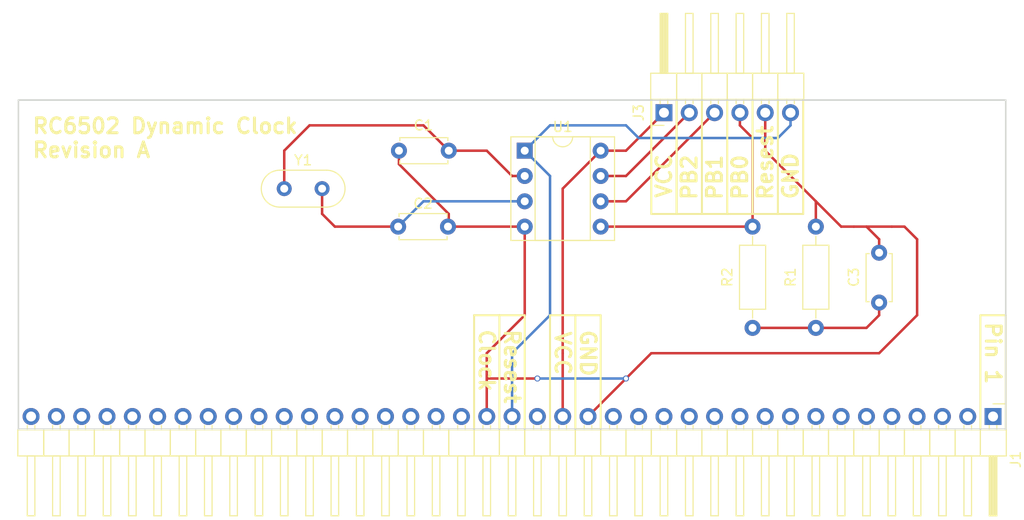
<source format=kicad_pcb>
(kicad_pcb (version 4) (host pcbnew 4.0.6)

  (general
    (links 21)
    (no_connects 0)
    (area 98.984999 95.174999 198.195001 128.345001)
    (thickness 1.6)
    (drawings 40)
    (tracks 72)
    (zones 0)
    (modules 9)
    (nets 10)
  )

  (page A4)
  (layers
    (0 F.Cu signal)
    (31 B.Cu signal)
    (32 B.Adhes user)
    (33 F.Adhes user)
    (34 B.Paste user)
    (35 F.Paste user)
    (36 B.SilkS user)
    (37 F.SilkS user)
    (38 B.Mask user)
    (39 F.Mask user)
    (40 Dwgs.User user)
    (41 Cmts.User user)
    (42 Eco1.User user)
    (43 Eco2.User user)
    (44 Edge.Cuts user)
    (45 Margin user)
    (46 B.CrtYd user)
    (47 F.CrtYd user)
    (48 B.Fab user)
    (49 F.Fab user)
  )

  (setup
    (last_trace_width 0.25)
    (trace_clearance 0.2)
    (zone_clearance 0.508)
    (zone_45_only no)
    (trace_min 0.2)
    (segment_width 0.2)
    (edge_width 0.15)
    (via_size 0.6)
    (via_drill 0.4)
    (via_min_size 0.4)
    (via_min_drill 0.3)
    (uvia_size 0.3)
    (uvia_drill 0.1)
    (uvias_allowed no)
    (uvia_min_size 0.2)
    (uvia_min_drill 0.1)
    (pcb_text_width 0.3)
    (pcb_text_size 1.5 1.5)
    (mod_edge_width 0.15)
    (mod_text_size 1 1)
    (mod_text_width 0.15)
    (pad_size 1.7 1.7)
    (pad_drill 1)
    (pad_to_mask_clearance 0.2)
    (aux_axis_origin 0 0)
    (visible_elements 7FFFFFFF)
    (pcbplotparams
      (layerselection 0x010f0_80000001)
      (usegerberextensions false)
      (excludeedgelayer true)
      (linewidth 0.100000)
      (plotframeref false)
      (viasonmask false)
      (mode 1)
      (useauxorigin false)
      (hpglpennumber 1)
      (hpglpenspeed 20)
      (hpglpendiameter 15)
      (hpglpenoverlay 2)
      (psnegative false)
      (psa4output false)
      (plotreference true)
      (plotvalue false)
      (plotinvisibletext false)
      (padsonsilk false)
      (subtractmaskfromsilk true)
      (outputformat 1)
      (mirror false)
      (drillshape 0)
      (scaleselection 1)
      (outputdirectory Gerber/))
  )

  (net 0 "")
  (net 1 XTAL1)
  (net 2 XTAL2)
  (net 3 Vcc)
  (net 4 RESET)
  (net 5 CLOCK)
  (net 6 "Net-(C3-Pad1)")
  (net 7 PB0)
  (net 8 PB2)
  (net 9 PB1)

  (net_class Default "This is the default net class."
    (clearance 0.2)
    (trace_width 0.25)
    (via_dia 0.6)
    (via_drill 0.4)
    (uvia_dia 0.3)
    (uvia_drill 0.1)
    (add_net CLOCK)
    (add_net "Net-(C3-Pad1)")
    (add_net PB0)
    (add_net PB1)
    (add_net PB2)
    (add_net RESET)
    (add_net Vcc)
    (add_net XTAL1)
    (add_net XTAL2)
  )

  (module Capacitors_THT:C_Disc_D4.7mm_W2.5mm_P5.00mm (layer F.Cu) (tedit 590D0CFF) (tstamp 5909B80D)
    (at 142.24 100.33 180)
    (descr "C, Disc series, Radial, pin pitch=5.00mm, , diameter*width=4.7*2.5mm^2, Capacitor, http://www.vishay.com/docs/45233/krseries.pdf")
    (tags "C Disc series Radial pin pitch 5.00mm  diameter 4.7mm width 2.5mm Capacitor")
    (path /5909A2DD)
    (fp_text reference C1 (at 2.54 2.54 180) (layer F.SilkS)
      (effects (font (size 1 1) (thickness 0.15)))
    )
    (fp_text value 22pF (at 2.54 -2.54 180) (layer F.Fab)
      (effects (font (size 1 1) (thickness 0.15)))
    )
    (fp_line (start 0.15 -1.25) (end 0.15 1.25) (layer F.Fab) (width 0.1))
    (fp_line (start 0.15 1.25) (end 4.85 1.25) (layer F.Fab) (width 0.1))
    (fp_line (start 4.85 1.25) (end 4.85 -1.25) (layer F.Fab) (width 0.1))
    (fp_line (start 4.85 -1.25) (end 0.15 -1.25) (layer F.Fab) (width 0.1))
    (fp_line (start 0.09 -1.31) (end 4.91 -1.31) (layer F.SilkS) (width 0.12))
    (fp_line (start 0.09 1.31) (end 4.91 1.31) (layer F.SilkS) (width 0.12))
    (fp_line (start 0.09 -1.31) (end 0.09 -0.996) (layer F.SilkS) (width 0.12))
    (fp_line (start 0.09 0.996) (end 0.09 1.31) (layer F.SilkS) (width 0.12))
    (fp_line (start 4.91 -1.31) (end 4.91 -0.996) (layer F.SilkS) (width 0.12))
    (fp_line (start 4.91 0.996) (end 4.91 1.31) (layer F.SilkS) (width 0.12))
    (fp_line (start -1.05 -1.6) (end -1.05 1.6) (layer F.CrtYd) (width 0.05))
    (fp_line (start -1.05 1.6) (end 6.05 1.6) (layer F.CrtYd) (width 0.05))
    (fp_line (start 6.05 1.6) (end 6.05 -1.6) (layer F.CrtYd) (width 0.05))
    (fp_line (start 6.05 -1.6) (end -1.05 -1.6) (layer F.CrtYd) (width 0.05))
    (pad 1 thru_hole circle (at 0 0 180) (size 1.6 1.6) (drill 0.8) (layers *.Cu *.Mask)
      (net 1 XTAL1))
    (pad 2 thru_hole circle (at 5 0 180) (size 1.6 1.6) (drill 0.8) (layers *.Cu *.Mask)
      (net 5 CLOCK))
    (model Capacitors_THT.3dshapes/C_Disc_D4.7mm_W2.5mm_P5.00mm.wrl
      (at (xyz 0 0 0))
      (scale (xyz 0.393701 0.393701 0.393701))
      (rotate (xyz 0 0 0))
    )
  )

  (module Capacitors_THT:C_Disc_D4.7mm_W2.5mm_P5.00mm (layer F.Cu) (tedit 58765D06) (tstamp 5909B813)
    (at 137.16 107.95)
    (descr "C, Disc series, Radial, pin pitch=5.00mm, , diameter*width=4.7*2.5mm^2, Capacitor, http://www.vishay.com/docs/45233/krseries.pdf")
    (tags "C Disc series Radial pin pitch 5.00mm  diameter 4.7mm width 2.5mm Capacitor")
    (path /5909A308)
    (fp_text reference C2 (at 2.5 -2.31) (layer F.SilkS)
      (effects (font (size 1 1) (thickness 0.15)))
    )
    (fp_text value 22pF (at 2.5 2.31) (layer F.Fab)
      (effects (font (size 1 1) (thickness 0.15)))
    )
    (fp_line (start 0.15 -1.25) (end 0.15 1.25) (layer F.Fab) (width 0.1))
    (fp_line (start 0.15 1.25) (end 4.85 1.25) (layer F.Fab) (width 0.1))
    (fp_line (start 4.85 1.25) (end 4.85 -1.25) (layer F.Fab) (width 0.1))
    (fp_line (start 4.85 -1.25) (end 0.15 -1.25) (layer F.Fab) (width 0.1))
    (fp_line (start 0.09 -1.31) (end 4.91 -1.31) (layer F.SilkS) (width 0.12))
    (fp_line (start 0.09 1.31) (end 4.91 1.31) (layer F.SilkS) (width 0.12))
    (fp_line (start 0.09 -1.31) (end 0.09 -0.996) (layer F.SilkS) (width 0.12))
    (fp_line (start 0.09 0.996) (end 0.09 1.31) (layer F.SilkS) (width 0.12))
    (fp_line (start 4.91 -1.31) (end 4.91 -0.996) (layer F.SilkS) (width 0.12))
    (fp_line (start 4.91 0.996) (end 4.91 1.31) (layer F.SilkS) (width 0.12))
    (fp_line (start -1.05 -1.6) (end -1.05 1.6) (layer F.CrtYd) (width 0.05))
    (fp_line (start -1.05 1.6) (end 6.05 1.6) (layer F.CrtYd) (width 0.05))
    (fp_line (start 6.05 1.6) (end 6.05 -1.6) (layer F.CrtYd) (width 0.05))
    (fp_line (start 6.05 -1.6) (end -1.05 -1.6) (layer F.CrtYd) (width 0.05))
    (pad 1 thru_hole circle (at 0 0) (size 1.6 1.6) (drill 0.8) (layers *.Cu *.Mask)
      (net 2 XTAL2))
    (pad 2 thru_hole circle (at 5 0) (size 1.6 1.6) (drill 0.8) (layers *.Cu *.Mask)
      (net 5 CLOCK))
    (model Capacitors_THT.3dshapes/C_Disc_D4.7mm_W2.5mm_P5.00mm.wrl
      (at (xyz 0 0 0))
      (scale (xyz 0.393701 0.393701 0.393701))
      (rotate (xyz 0 0 0))
    )
  )

  (module Capacitors_THT:C_Disc_D4.7mm_W2.5mm_P5.00mm (layer F.Cu) (tedit 590D0D05) (tstamp 5909B819)
    (at 185.42 115.57 90)
    (descr "C, Disc series, Radial, pin pitch=5.00mm, , diameter*width=4.7*2.5mm^2, Capacitor, http://www.vishay.com/docs/45233/krseries.pdf")
    (tags "C Disc series Radial pin pitch 5.00mm  diameter 4.7mm width 2.5mm Capacitor")
    (path /5909E8EA)
    (fp_text reference C3 (at 2.54 -2.54 90) (layer F.SilkS)
      (effects (font (size 1 1) (thickness 0.15)))
    )
    (fp_text value 0.1uF (at 2.54 2.54 90) (layer F.Fab)
      (effects (font (size 1 1) (thickness 0.15)))
    )
    (fp_line (start 0.15 -1.25) (end 0.15 1.25) (layer F.Fab) (width 0.1))
    (fp_line (start 0.15 1.25) (end 4.85 1.25) (layer F.Fab) (width 0.1))
    (fp_line (start 4.85 1.25) (end 4.85 -1.25) (layer F.Fab) (width 0.1))
    (fp_line (start 4.85 -1.25) (end 0.15 -1.25) (layer F.Fab) (width 0.1))
    (fp_line (start 0.09 -1.31) (end 4.91 -1.31) (layer F.SilkS) (width 0.12))
    (fp_line (start 0.09 1.31) (end 4.91 1.31) (layer F.SilkS) (width 0.12))
    (fp_line (start 0.09 -1.31) (end 0.09 -0.996) (layer F.SilkS) (width 0.12))
    (fp_line (start 0.09 0.996) (end 0.09 1.31) (layer F.SilkS) (width 0.12))
    (fp_line (start 4.91 -1.31) (end 4.91 -0.996) (layer F.SilkS) (width 0.12))
    (fp_line (start 4.91 0.996) (end 4.91 1.31) (layer F.SilkS) (width 0.12))
    (fp_line (start -1.05 -1.6) (end -1.05 1.6) (layer F.CrtYd) (width 0.05))
    (fp_line (start -1.05 1.6) (end 6.05 1.6) (layer F.CrtYd) (width 0.05))
    (fp_line (start 6.05 1.6) (end 6.05 -1.6) (layer F.CrtYd) (width 0.05))
    (fp_line (start 6.05 -1.6) (end -1.05 -1.6) (layer F.CrtYd) (width 0.05))
    (pad 1 thru_hole circle (at 0 0 90) (size 1.6 1.6) (drill 0.8) (layers *.Cu *.Mask)
      (net 6 "Net-(C3-Pad1)"))
    (pad 2 thru_hole circle (at 5 0 90) (size 1.6 1.6) (drill 0.8) (layers *.Cu *.Mask)
      (net 5 CLOCK))
    (model Capacitors_THT.3dshapes/C_Disc_D4.7mm_W2.5mm_P5.00mm.wrl
      (at (xyz 0 0 0))
      (scale (xyz 0.393701 0.393701 0.393701))
      (rotate (xyz 0 0 0))
    )
  )

  (module Resistors_THT:R_Axial_DIN0207_L6.3mm_D2.5mm_P10.16mm_Horizontal (layer F.Cu) (tedit 590D0CD9) (tstamp 5909B851)
    (at 179.07 118.11 90)
    (descr "Resistor, Axial_DIN0207 series, Axial, Horizontal, pin pitch=10.16mm, 0.25W = 1/4W, length*diameter=6.3*2.5mm^2, http://cdn-reichelt.de/documents/datenblatt/B400/1_4W%23YAG.pdf")
    (tags "Resistor Axial_DIN0207 series Axial Horizontal pin pitch 10.16mm 0.25W = 1/4W length 6.3mm diameter 2.5mm")
    (path /5909EE05)
    (fp_text reference R1 (at 5.08 -2.54 90) (layer F.SilkS)
      (effects (font (size 1 1) (thickness 0.15)))
    )
    (fp_text value 10k (at 5.08 0 90) (layer F.Fab)
      (effects (font (size 1 1) (thickness 0.15)))
    )
    (fp_line (start 1.93 -1.25) (end 1.93 1.25) (layer F.Fab) (width 0.1))
    (fp_line (start 1.93 1.25) (end 8.23 1.25) (layer F.Fab) (width 0.1))
    (fp_line (start 8.23 1.25) (end 8.23 -1.25) (layer F.Fab) (width 0.1))
    (fp_line (start 8.23 -1.25) (end 1.93 -1.25) (layer F.Fab) (width 0.1))
    (fp_line (start 0 0) (end 1.93 0) (layer F.Fab) (width 0.1))
    (fp_line (start 10.16 0) (end 8.23 0) (layer F.Fab) (width 0.1))
    (fp_line (start 1.87 -1.31) (end 1.87 1.31) (layer F.SilkS) (width 0.12))
    (fp_line (start 1.87 1.31) (end 8.29 1.31) (layer F.SilkS) (width 0.12))
    (fp_line (start 8.29 1.31) (end 8.29 -1.31) (layer F.SilkS) (width 0.12))
    (fp_line (start 8.29 -1.31) (end 1.87 -1.31) (layer F.SilkS) (width 0.12))
    (fp_line (start 0.98 0) (end 1.87 0) (layer F.SilkS) (width 0.12))
    (fp_line (start 9.18 0) (end 8.29 0) (layer F.SilkS) (width 0.12))
    (fp_line (start -1.05 -1.6) (end -1.05 1.6) (layer F.CrtYd) (width 0.05))
    (fp_line (start -1.05 1.6) (end 11.25 1.6) (layer F.CrtYd) (width 0.05))
    (fp_line (start 11.25 1.6) (end 11.25 -1.6) (layer F.CrtYd) (width 0.05))
    (fp_line (start 11.25 -1.6) (end -1.05 -1.6) (layer F.CrtYd) (width 0.05))
    (pad 1 thru_hole circle (at 0 0 90) (size 1.6 1.6) (drill 0.8) (layers *.Cu *.Mask)
      (net 6 "Net-(C3-Pad1)"))
    (pad 2 thru_hole oval (at 10.16 0 90) (size 1.6 1.6) (drill 0.8) (layers *.Cu *.Mask)
      (net 5 CLOCK))
    (model Resistors_THT.3dshapes/R_Axial_DIN0207_L6.3mm_D2.5mm_P10.16mm_Horizontal.wrl
      (at (xyz 0 0 0))
      (scale (xyz 0.393701 0.393701 0.393701))
      (rotate (xyz 0 0 0))
    )
  )

  (module Resistors_THT:R_Axial_DIN0207_L6.3mm_D2.5mm_P10.16mm_Horizontal (layer F.Cu) (tedit 590D0CD1) (tstamp 5909B857)
    (at 172.72 107.95 270)
    (descr "Resistor, Axial_DIN0207 series, Axial, Horizontal, pin pitch=10.16mm, 0.25W = 1/4W, length*diameter=6.3*2.5mm^2, http://cdn-reichelt.de/documents/datenblatt/B400/1_4W%23YAG.pdf")
    (tags "Resistor Axial_DIN0207 series Axial Horizontal pin pitch 10.16mm 0.25W = 1/4W length 6.3mm diameter 2.5mm")
    (path /5909E871)
    (fp_text reference R2 (at 5.08 2.54 270) (layer F.SilkS)
      (effects (font (size 1 1) (thickness 0.15)))
    )
    (fp_text value 1k (at 5.08 0 270) (layer F.Fab)
      (effects (font (size 1 1) (thickness 0.15)))
    )
    (fp_line (start 1.93 -1.25) (end 1.93 1.25) (layer F.Fab) (width 0.1))
    (fp_line (start 1.93 1.25) (end 8.23 1.25) (layer F.Fab) (width 0.1))
    (fp_line (start 8.23 1.25) (end 8.23 -1.25) (layer F.Fab) (width 0.1))
    (fp_line (start 8.23 -1.25) (end 1.93 -1.25) (layer F.Fab) (width 0.1))
    (fp_line (start 0 0) (end 1.93 0) (layer F.Fab) (width 0.1))
    (fp_line (start 10.16 0) (end 8.23 0) (layer F.Fab) (width 0.1))
    (fp_line (start 1.87 -1.31) (end 1.87 1.31) (layer F.SilkS) (width 0.12))
    (fp_line (start 1.87 1.31) (end 8.29 1.31) (layer F.SilkS) (width 0.12))
    (fp_line (start 8.29 1.31) (end 8.29 -1.31) (layer F.SilkS) (width 0.12))
    (fp_line (start 8.29 -1.31) (end 1.87 -1.31) (layer F.SilkS) (width 0.12))
    (fp_line (start 0.98 0) (end 1.87 0) (layer F.SilkS) (width 0.12))
    (fp_line (start 9.18 0) (end 8.29 0) (layer F.SilkS) (width 0.12))
    (fp_line (start -1.05 -1.6) (end -1.05 1.6) (layer F.CrtYd) (width 0.05))
    (fp_line (start -1.05 1.6) (end 11.25 1.6) (layer F.CrtYd) (width 0.05))
    (fp_line (start 11.25 1.6) (end 11.25 -1.6) (layer F.CrtYd) (width 0.05))
    (fp_line (start 11.25 -1.6) (end -1.05 -1.6) (layer F.CrtYd) (width 0.05))
    (pad 1 thru_hole circle (at 0 0 270) (size 1.6 1.6) (drill 0.8) (layers *.Cu *.Mask)
      (net 7 PB0))
    (pad 2 thru_hole oval (at 10.16 0 270) (size 1.6 1.6) (drill 0.8) (layers *.Cu *.Mask)
      (net 6 "Net-(C3-Pad1)"))
    (model Resistors_THT.3dshapes/R_Axial_DIN0207_L6.3mm_D2.5mm_P10.16mm_Horizontal.wrl
      (at (xyz 0 0 0))
      (scale (xyz 0.393701 0.393701 0.393701))
      (rotate (xyz 0 0 0))
    )
  )

  (module Housings_DIP:DIP-8_W7.62mm_Socket (layer F.Cu) (tedit 58CC8E33) (tstamp 5909B863)
    (at 149.86 100.33)
    (descr "8-lead dip package, row spacing 7.62 mm (300 mils), Socket")
    (tags "DIL DIP PDIP 2.54mm 7.62mm 300mil Socket")
    (path /5909A23E)
    (fp_text reference U1 (at 3.81 -2.39) (layer F.SilkS)
      (effects (font (size 1 1) (thickness 0.15)))
    )
    (fp_text value ATTINY85-20PU (at 3.81 10.01) (layer F.Fab)
      (effects (font (size 1 1) (thickness 0.15)))
    )
    (fp_text user %R (at 3.81 3.81) (layer F.Fab)
      (effects (font (size 1 1) (thickness 0.15)))
    )
    (fp_line (start 1.635 -1.27) (end 6.985 -1.27) (layer F.Fab) (width 0.1))
    (fp_line (start 6.985 -1.27) (end 6.985 8.89) (layer F.Fab) (width 0.1))
    (fp_line (start 6.985 8.89) (end 0.635 8.89) (layer F.Fab) (width 0.1))
    (fp_line (start 0.635 8.89) (end 0.635 -0.27) (layer F.Fab) (width 0.1))
    (fp_line (start 0.635 -0.27) (end 1.635 -1.27) (layer F.Fab) (width 0.1))
    (fp_line (start -1.27 -1.27) (end -1.27 8.89) (layer F.Fab) (width 0.1))
    (fp_line (start -1.27 8.89) (end 8.89 8.89) (layer F.Fab) (width 0.1))
    (fp_line (start 8.89 8.89) (end 8.89 -1.27) (layer F.Fab) (width 0.1))
    (fp_line (start 8.89 -1.27) (end -1.27 -1.27) (layer F.Fab) (width 0.1))
    (fp_line (start 2.81 -1.39) (end 1.04 -1.39) (layer F.SilkS) (width 0.12))
    (fp_line (start 1.04 -1.39) (end 1.04 9.01) (layer F.SilkS) (width 0.12))
    (fp_line (start 1.04 9.01) (end 6.58 9.01) (layer F.SilkS) (width 0.12))
    (fp_line (start 6.58 9.01) (end 6.58 -1.39) (layer F.SilkS) (width 0.12))
    (fp_line (start 6.58 -1.39) (end 4.81 -1.39) (layer F.SilkS) (width 0.12))
    (fp_line (start -1.39 -1.39) (end -1.39 9.01) (layer F.SilkS) (width 0.12))
    (fp_line (start -1.39 9.01) (end 9.01 9.01) (layer F.SilkS) (width 0.12))
    (fp_line (start 9.01 9.01) (end 9.01 -1.39) (layer F.SilkS) (width 0.12))
    (fp_line (start 9.01 -1.39) (end -1.39 -1.39) (layer F.SilkS) (width 0.12))
    (fp_line (start -1.7 -1.7) (end -1.7 9.3) (layer F.CrtYd) (width 0.05))
    (fp_line (start -1.7 9.3) (end 9.3 9.3) (layer F.CrtYd) (width 0.05))
    (fp_line (start 9.3 9.3) (end 9.3 -1.7) (layer F.CrtYd) (width 0.05))
    (fp_line (start 9.3 -1.7) (end -1.7 -1.7) (layer F.CrtYd) (width 0.05))
    (fp_arc (start 3.81 -1.39) (end 2.81 -1.39) (angle -180) (layer F.SilkS) (width 0.12))
    (pad 1 thru_hole rect (at 0 0) (size 1.6 1.6) (drill 0.8) (layers *.Cu *.Mask)
      (net 4 RESET))
    (pad 5 thru_hole oval (at 7.62 7.62) (size 1.6 1.6) (drill 0.8) (layers *.Cu *.Mask)
      (net 7 PB0))
    (pad 2 thru_hole oval (at 0 2.54) (size 1.6 1.6) (drill 0.8) (layers *.Cu *.Mask)
      (net 1 XTAL1))
    (pad 6 thru_hole oval (at 7.62 5.08) (size 1.6 1.6) (drill 0.8) (layers *.Cu *.Mask)
      (net 9 PB1))
    (pad 3 thru_hole oval (at 0 5.08) (size 1.6 1.6) (drill 0.8) (layers *.Cu *.Mask)
      (net 2 XTAL2))
    (pad 7 thru_hole oval (at 7.62 2.54) (size 1.6 1.6) (drill 0.8) (layers *.Cu *.Mask)
      (net 8 PB2))
    (pad 4 thru_hole oval (at 0 7.62) (size 1.6 1.6) (drill 0.8) (layers *.Cu *.Mask)
      (net 5 CLOCK))
    (pad 8 thru_hole oval (at 7.62 0) (size 1.6 1.6) (drill 0.8) (layers *.Cu *.Mask)
      (net 3 Vcc))
    (model Housings_DIP.3dshapes/DIP-8_W7.62mm_Socket.wrl
      (at (xyz 0 0 0))
      (scale (xyz 1 1 1))
      (rotate (xyz 0 0 0))
    )
  )

  (module Pin_Headers:Pin_Header_Angled_1x06_Pitch2.54mm (layer F.Cu) (tedit 590D0B07) (tstamp 5909C5AC)
    (at 163.83 96.52 90)
    (descr "Through hole angled pin header, 1x06, 2.54mm pitch, 6mm pin length, single row")
    (tags "Through hole angled pin header THT 1x06 2.54mm single row")
    (path /590A30B6)
    (fp_text reference J3 (at 0 -2.54 90) (layer F.SilkS)
      (effects (font (size 1 1) (thickness 0.15)))
    )
    (fp_text value CONN_01X06 (at 6.35 15.24 90) (layer F.Fab)
      (effects (font (size 1 1) (thickness 0.15)))
    )
    (fp_line (start 1.4 -1.27) (end 1.4 1.27) (layer F.Fab) (width 0.1))
    (fp_line (start 1.4 1.27) (end 3.9 1.27) (layer F.Fab) (width 0.1))
    (fp_line (start 3.9 1.27) (end 3.9 -1.27) (layer F.Fab) (width 0.1))
    (fp_line (start 3.9 -1.27) (end 1.4 -1.27) (layer F.Fab) (width 0.1))
    (fp_line (start 0 -0.32) (end 0 0.32) (layer F.Fab) (width 0.1))
    (fp_line (start 0 0.32) (end 9.9 0.32) (layer F.Fab) (width 0.1))
    (fp_line (start 9.9 0.32) (end 9.9 -0.32) (layer F.Fab) (width 0.1))
    (fp_line (start 9.9 -0.32) (end 0 -0.32) (layer F.Fab) (width 0.1))
    (fp_line (start 1.4 1.27) (end 1.4 3.81) (layer F.Fab) (width 0.1))
    (fp_line (start 1.4 3.81) (end 3.9 3.81) (layer F.Fab) (width 0.1))
    (fp_line (start 3.9 3.81) (end 3.9 1.27) (layer F.Fab) (width 0.1))
    (fp_line (start 3.9 1.27) (end 1.4 1.27) (layer F.Fab) (width 0.1))
    (fp_line (start 0 2.22) (end 0 2.86) (layer F.Fab) (width 0.1))
    (fp_line (start 0 2.86) (end 9.9 2.86) (layer F.Fab) (width 0.1))
    (fp_line (start 9.9 2.86) (end 9.9 2.22) (layer F.Fab) (width 0.1))
    (fp_line (start 9.9 2.22) (end 0 2.22) (layer F.Fab) (width 0.1))
    (fp_line (start 1.4 3.81) (end 1.4 6.35) (layer F.Fab) (width 0.1))
    (fp_line (start 1.4 6.35) (end 3.9 6.35) (layer F.Fab) (width 0.1))
    (fp_line (start 3.9 6.35) (end 3.9 3.81) (layer F.Fab) (width 0.1))
    (fp_line (start 3.9 3.81) (end 1.4 3.81) (layer F.Fab) (width 0.1))
    (fp_line (start 0 4.76) (end 0 5.4) (layer F.Fab) (width 0.1))
    (fp_line (start 0 5.4) (end 9.9 5.4) (layer F.Fab) (width 0.1))
    (fp_line (start 9.9 5.4) (end 9.9 4.76) (layer F.Fab) (width 0.1))
    (fp_line (start 9.9 4.76) (end 0 4.76) (layer F.Fab) (width 0.1))
    (fp_line (start 1.4 6.35) (end 1.4 8.89) (layer F.Fab) (width 0.1))
    (fp_line (start 1.4 8.89) (end 3.9 8.89) (layer F.Fab) (width 0.1))
    (fp_line (start 3.9 8.89) (end 3.9 6.35) (layer F.Fab) (width 0.1))
    (fp_line (start 3.9 6.35) (end 1.4 6.35) (layer F.Fab) (width 0.1))
    (fp_line (start 0 7.3) (end 0 7.94) (layer F.Fab) (width 0.1))
    (fp_line (start 0 7.94) (end 9.9 7.94) (layer F.Fab) (width 0.1))
    (fp_line (start 9.9 7.94) (end 9.9 7.3) (layer F.Fab) (width 0.1))
    (fp_line (start 9.9 7.3) (end 0 7.3) (layer F.Fab) (width 0.1))
    (fp_line (start 1.4 8.89) (end 1.4 11.43) (layer F.Fab) (width 0.1))
    (fp_line (start 1.4 11.43) (end 3.9 11.43) (layer F.Fab) (width 0.1))
    (fp_line (start 3.9 11.43) (end 3.9 8.89) (layer F.Fab) (width 0.1))
    (fp_line (start 3.9 8.89) (end 1.4 8.89) (layer F.Fab) (width 0.1))
    (fp_line (start 0 9.84) (end 0 10.48) (layer F.Fab) (width 0.1))
    (fp_line (start 0 10.48) (end 9.9 10.48) (layer F.Fab) (width 0.1))
    (fp_line (start 9.9 10.48) (end 9.9 9.84) (layer F.Fab) (width 0.1))
    (fp_line (start 9.9 9.84) (end 0 9.84) (layer F.Fab) (width 0.1))
    (fp_line (start 1.4 11.43) (end 1.4 13.97) (layer F.Fab) (width 0.1))
    (fp_line (start 1.4 13.97) (end 3.9 13.97) (layer F.Fab) (width 0.1))
    (fp_line (start 3.9 13.97) (end 3.9 11.43) (layer F.Fab) (width 0.1))
    (fp_line (start 3.9 11.43) (end 1.4 11.43) (layer F.Fab) (width 0.1))
    (fp_line (start 0 12.38) (end 0 13.02) (layer F.Fab) (width 0.1))
    (fp_line (start 0 13.02) (end 9.9 13.02) (layer F.Fab) (width 0.1))
    (fp_line (start 9.9 13.02) (end 9.9 12.38) (layer F.Fab) (width 0.1))
    (fp_line (start 9.9 12.38) (end 0 12.38) (layer F.Fab) (width 0.1))
    (fp_line (start 1.34 -1.33) (end 1.34 1.27) (layer F.SilkS) (width 0.12))
    (fp_line (start 1.34 1.27) (end 3.96 1.27) (layer F.SilkS) (width 0.12))
    (fp_line (start 3.96 1.27) (end 3.96 -1.33) (layer F.SilkS) (width 0.12))
    (fp_line (start 3.96 -1.33) (end 1.34 -1.33) (layer F.SilkS) (width 0.12))
    (fp_line (start 3.96 -0.38) (end 3.96 0.38) (layer F.SilkS) (width 0.12))
    (fp_line (start 3.96 0.38) (end 9.96 0.38) (layer F.SilkS) (width 0.12))
    (fp_line (start 9.96 0.38) (end 9.96 -0.38) (layer F.SilkS) (width 0.12))
    (fp_line (start 9.96 -0.38) (end 3.96 -0.38) (layer F.SilkS) (width 0.12))
    (fp_line (start 0.91 -0.38) (end 1.34 -0.38) (layer F.SilkS) (width 0.12))
    (fp_line (start 0.91 0.38) (end 1.34 0.38) (layer F.SilkS) (width 0.12))
    (fp_line (start 3.96 -0.26) (end 9.96 -0.26) (layer F.SilkS) (width 0.12))
    (fp_line (start 3.96 -0.14) (end 9.96 -0.14) (layer F.SilkS) (width 0.12))
    (fp_line (start 3.96 -0.02) (end 9.96 -0.02) (layer F.SilkS) (width 0.12))
    (fp_line (start 3.96 0.1) (end 9.96 0.1) (layer F.SilkS) (width 0.12))
    (fp_line (start 3.96 0.22) (end 9.96 0.22) (layer F.SilkS) (width 0.12))
    (fp_line (start 3.96 0.34) (end 9.96 0.34) (layer F.SilkS) (width 0.12))
    (fp_line (start 1.34 1.27) (end 1.34 3.81) (layer F.SilkS) (width 0.12))
    (fp_line (start 1.34 3.81) (end 3.96 3.81) (layer F.SilkS) (width 0.12))
    (fp_line (start 3.96 3.81) (end 3.96 1.27) (layer F.SilkS) (width 0.12))
    (fp_line (start 3.96 1.27) (end 1.34 1.27) (layer F.SilkS) (width 0.12))
    (fp_line (start 3.96 2.16) (end 3.96 2.92) (layer F.SilkS) (width 0.12))
    (fp_line (start 3.96 2.92) (end 9.96 2.92) (layer F.SilkS) (width 0.12))
    (fp_line (start 9.96 2.92) (end 9.96 2.16) (layer F.SilkS) (width 0.12))
    (fp_line (start 9.96 2.16) (end 3.96 2.16) (layer F.SilkS) (width 0.12))
    (fp_line (start 0.91 2.16) (end 1.34 2.16) (layer F.SilkS) (width 0.12))
    (fp_line (start 0.91 2.92) (end 1.34 2.92) (layer F.SilkS) (width 0.12))
    (fp_line (start 1.34 3.81) (end 1.34 6.35) (layer F.SilkS) (width 0.12))
    (fp_line (start 1.34 6.35) (end 3.96 6.35) (layer F.SilkS) (width 0.12))
    (fp_line (start 3.96 6.35) (end 3.96 3.81) (layer F.SilkS) (width 0.12))
    (fp_line (start 3.96 3.81) (end 1.34 3.81) (layer F.SilkS) (width 0.12))
    (fp_line (start 3.96 4.7) (end 3.96 5.46) (layer F.SilkS) (width 0.12))
    (fp_line (start 3.96 5.46) (end 9.96 5.46) (layer F.SilkS) (width 0.12))
    (fp_line (start 9.96 5.46) (end 9.96 4.7) (layer F.SilkS) (width 0.12))
    (fp_line (start 9.96 4.7) (end 3.96 4.7) (layer F.SilkS) (width 0.12))
    (fp_line (start 0.91 4.7) (end 1.34 4.7) (layer F.SilkS) (width 0.12))
    (fp_line (start 0.91 5.46) (end 1.34 5.46) (layer F.SilkS) (width 0.12))
    (fp_line (start 1.34 6.35) (end 1.34 8.89) (layer F.SilkS) (width 0.12))
    (fp_line (start 1.34 8.89) (end 3.96 8.89) (layer F.SilkS) (width 0.12))
    (fp_line (start 3.96 8.89) (end 3.96 6.35) (layer F.SilkS) (width 0.12))
    (fp_line (start 3.96 6.35) (end 1.34 6.35) (layer F.SilkS) (width 0.12))
    (fp_line (start 3.96 7.24) (end 3.96 8) (layer F.SilkS) (width 0.12))
    (fp_line (start 3.96 8) (end 9.96 8) (layer F.SilkS) (width 0.12))
    (fp_line (start 9.96 8) (end 9.96 7.24) (layer F.SilkS) (width 0.12))
    (fp_line (start 9.96 7.24) (end 3.96 7.24) (layer F.SilkS) (width 0.12))
    (fp_line (start 0.91 7.24) (end 1.34 7.24) (layer F.SilkS) (width 0.12))
    (fp_line (start 0.91 8) (end 1.34 8) (layer F.SilkS) (width 0.12))
    (fp_line (start 1.34 8.89) (end 1.34 11.43) (layer F.SilkS) (width 0.12))
    (fp_line (start 1.34 11.43) (end 3.96 11.43) (layer F.SilkS) (width 0.12))
    (fp_line (start 3.96 11.43) (end 3.96 8.89) (layer F.SilkS) (width 0.12))
    (fp_line (start 3.96 8.89) (end 1.34 8.89) (layer F.SilkS) (width 0.12))
    (fp_line (start 3.96 9.78) (end 3.96 10.54) (layer F.SilkS) (width 0.12))
    (fp_line (start 3.96 10.54) (end 9.96 10.54) (layer F.SilkS) (width 0.12))
    (fp_line (start 9.96 10.54) (end 9.96 9.78) (layer F.SilkS) (width 0.12))
    (fp_line (start 9.96 9.78) (end 3.96 9.78) (layer F.SilkS) (width 0.12))
    (fp_line (start 0.91 9.78) (end 1.34 9.78) (layer F.SilkS) (width 0.12))
    (fp_line (start 0.91 10.54) (end 1.34 10.54) (layer F.SilkS) (width 0.12))
    (fp_line (start 1.34 11.43) (end 1.34 14.03) (layer F.SilkS) (width 0.12))
    (fp_line (start 1.34 14.03) (end 3.96 14.03) (layer F.SilkS) (width 0.12))
    (fp_line (start 3.96 14.03) (end 3.96 11.43) (layer F.SilkS) (width 0.12))
    (fp_line (start 3.96 11.43) (end 1.34 11.43) (layer F.SilkS) (width 0.12))
    (fp_line (start 3.96 12.32) (end 3.96 13.08) (layer F.SilkS) (width 0.12))
    (fp_line (start 3.96 13.08) (end 9.96 13.08) (layer F.SilkS) (width 0.12))
    (fp_line (start 9.96 13.08) (end 9.96 12.32) (layer F.SilkS) (width 0.12))
    (fp_line (start 9.96 12.32) (end 3.96 12.32) (layer F.SilkS) (width 0.12))
    (fp_line (start 0.91 12.32) (end 1.34 12.32) (layer F.SilkS) (width 0.12))
    (fp_line (start 0.91 13.08) (end 1.34 13.08) (layer F.SilkS) (width 0.12))
    (fp_line (start -1.27 0) (end -1.27 -1.27) (layer F.SilkS) (width 0.12))
    (fp_line (start -1.27 -1.27) (end 0 -1.27) (layer F.SilkS) (width 0.12))
    (fp_line (start -1.8 -1.8) (end -1.8 14.5) (layer F.CrtYd) (width 0.05))
    (fp_line (start -1.8 14.5) (end 10.4 14.5) (layer F.CrtYd) (width 0.05))
    (fp_line (start 10.4 14.5) (end 10.4 -1.8) (layer F.CrtYd) (width 0.05))
    (fp_line (start 10.4 -1.8) (end -1.8 -1.8) (layer F.CrtYd) (width 0.05))
    (fp_text user %R (at 0 -2.54 90) (layer F.Fab)
      (effects (font (size 1 1) (thickness 0.15)))
    )
    (pad 1 thru_hole rect (at 0 0 90) (size 1.7 1.7) (drill 1) (layers *.Cu *.Mask)
      (net 3 Vcc))
    (pad 2 thru_hole oval (at 0 2.54 90) (size 1.7 1.7) (drill 1) (layers *.Cu *.Mask)
      (net 8 PB2))
    (pad 3 thru_hole oval (at 0 5.08 90) (size 1.7 1.7) (drill 1) (layers *.Cu *.Mask)
      (net 9 PB1))
    (pad 4 thru_hole oval (at 0 7.62 90) (size 1.7 1.7) (drill 1) (layers *.Cu *.Mask)
      (net 7 PB0))
    (pad 5 thru_hole oval (at 0 10.16 90) (size 1.7 1.7) (drill 1) (layers *.Cu *.Mask)
      (net 5 CLOCK))
    (pad 6 thru_hole oval (at 0 12.7 90) (size 1.7 1.7) (drill 1) (layers *.Cu *.Mask)
      (net 4 RESET))
    (model ${KISYS3DMOD}/Pin_Headers.3dshapes/Pin_Header_Angled_1x06_Pitch2.54mm.wrl
      (at (xyz 0 -0.25 0))
      (scale (xyz 1 1 1))
      (rotate (xyz 0 0 90))
    )
  )

  (module Pin_Headers:Pin_Header_Angled_1x39_Pitch2.54mm (layer F.Cu) (tedit 58CD4EC5) (tstamp 590B361C)
    (at 196.85 127 270)
    (descr "Through hole angled pin header, 1x39, 2.54mm pitch, 6mm pin length, single row")
    (tags "Through hole angled pin header THT 1x39 2.54mm single row")
    (path /590B3213)
    (fp_text reference J1 (at 4.315 -2.27 270) (layer F.SilkS)
      (effects (font (size 1 1) (thickness 0.15)))
    )
    (fp_text value CONN_01X39 (at 4.315 98.79 270) (layer F.Fab)
      (effects (font (size 1 1) (thickness 0.15)))
    )
    (fp_line (start 1.4 -1.27) (end 1.4 1.27) (layer F.Fab) (width 0.1))
    (fp_line (start 1.4 1.27) (end 3.9 1.27) (layer F.Fab) (width 0.1))
    (fp_line (start 3.9 1.27) (end 3.9 -1.27) (layer F.Fab) (width 0.1))
    (fp_line (start 3.9 -1.27) (end 1.4 -1.27) (layer F.Fab) (width 0.1))
    (fp_line (start 0 -0.32) (end 0 0.32) (layer F.Fab) (width 0.1))
    (fp_line (start 0 0.32) (end 9.9 0.32) (layer F.Fab) (width 0.1))
    (fp_line (start 9.9 0.32) (end 9.9 -0.32) (layer F.Fab) (width 0.1))
    (fp_line (start 9.9 -0.32) (end 0 -0.32) (layer F.Fab) (width 0.1))
    (fp_line (start 1.4 1.27) (end 1.4 3.81) (layer F.Fab) (width 0.1))
    (fp_line (start 1.4 3.81) (end 3.9 3.81) (layer F.Fab) (width 0.1))
    (fp_line (start 3.9 3.81) (end 3.9 1.27) (layer F.Fab) (width 0.1))
    (fp_line (start 3.9 1.27) (end 1.4 1.27) (layer F.Fab) (width 0.1))
    (fp_line (start 0 2.22) (end 0 2.86) (layer F.Fab) (width 0.1))
    (fp_line (start 0 2.86) (end 9.9 2.86) (layer F.Fab) (width 0.1))
    (fp_line (start 9.9 2.86) (end 9.9 2.22) (layer F.Fab) (width 0.1))
    (fp_line (start 9.9 2.22) (end 0 2.22) (layer F.Fab) (width 0.1))
    (fp_line (start 1.4 3.81) (end 1.4 6.35) (layer F.Fab) (width 0.1))
    (fp_line (start 1.4 6.35) (end 3.9 6.35) (layer F.Fab) (width 0.1))
    (fp_line (start 3.9 6.35) (end 3.9 3.81) (layer F.Fab) (width 0.1))
    (fp_line (start 3.9 3.81) (end 1.4 3.81) (layer F.Fab) (width 0.1))
    (fp_line (start 0 4.76) (end 0 5.4) (layer F.Fab) (width 0.1))
    (fp_line (start 0 5.4) (end 9.9 5.4) (layer F.Fab) (width 0.1))
    (fp_line (start 9.9 5.4) (end 9.9 4.76) (layer F.Fab) (width 0.1))
    (fp_line (start 9.9 4.76) (end 0 4.76) (layer F.Fab) (width 0.1))
    (fp_line (start 1.4 6.35) (end 1.4 8.89) (layer F.Fab) (width 0.1))
    (fp_line (start 1.4 8.89) (end 3.9 8.89) (layer F.Fab) (width 0.1))
    (fp_line (start 3.9 8.89) (end 3.9 6.35) (layer F.Fab) (width 0.1))
    (fp_line (start 3.9 6.35) (end 1.4 6.35) (layer F.Fab) (width 0.1))
    (fp_line (start 0 7.3) (end 0 7.94) (layer F.Fab) (width 0.1))
    (fp_line (start 0 7.94) (end 9.9 7.94) (layer F.Fab) (width 0.1))
    (fp_line (start 9.9 7.94) (end 9.9 7.3) (layer F.Fab) (width 0.1))
    (fp_line (start 9.9 7.3) (end 0 7.3) (layer F.Fab) (width 0.1))
    (fp_line (start 1.4 8.89) (end 1.4 11.43) (layer F.Fab) (width 0.1))
    (fp_line (start 1.4 11.43) (end 3.9 11.43) (layer F.Fab) (width 0.1))
    (fp_line (start 3.9 11.43) (end 3.9 8.89) (layer F.Fab) (width 0.1))
    (fp_line (start 3.9 8.89) (end 1.4 8.89) (layer F.Fab) (width 0.1))
    (fp_line (start 0 9.84) (end 0 10.48) (layer F.Fab) (width 0.1))
    (fp_line (start 0 10.48) (end 9.9 10.48) (layer F.Fab) (width 0.1))
    (fp_line (start 9.9 10.48) (end 9.9 9.84) (layer F.Fab) (width 0.1))
    (fp_line (start 9.9 9.84) (end 0 9.84) (layer F.Fab) (width 0.1))
    (fp_line (start 1.4 11.43) (end 1.4 13.97) (layer F.Fab) (width 0.1))
    (fp_line (start 1.4 13.97) (end 3.9 13.97) (layer F.Fab) (width 0.1))
    (fp_line (start 3.9 13.97) (end 3.9 11.43) (layer F.Fab) (width 0.1))
    (fp_line (start 3.9 11.43) (end 1.4 11.43) (layer F.Fab) (width 0.1))
    (fp_line (start 0 12.38) (end 0 13.02) (layer F.Fab) (width 0.1))
    (fp_line (start 0 13.02) (end 9.9 13.02) (layer F.Fab) (width 0.1))
    (fp_line (start 9.9 13.02) (end 9.9 12.38) (layer F.Fab) (width 0.1))
    (fp_line (start 9.9 12.38) (end 0 12.38) (layer F.Fab) (width 0.1))
    (fp_line (start 1.4 13.97) (end 1.4 16.51) (layer F.Fab) (width 0.1))
    (fp_line (start 1.4 16.51) (end 3.9 16.51) (layer F.Fab) (width 0.1))
    (fp_line (start 3.9 16.51) (end 3.9 13.97) (layer F.Fab) (width 0.1))
    (fp_line (start 3.9 13.97) (end 1.4 13.97) (layer F.Fab) (width 0.1))
    (fp_line (start 0 14.92) (end 0 15.56) (layer F.Fab) (width 0.1))
    (fp_line (start 0 15.56) (end 9.9 15.56) (layer F.Fab) (width 0.1))
    (fp_line (start 9.9 15.56) (end 9.9 14.92) (layer F.Fab) (width 0.1))
    (fp_line (start 9.9 14.92) (end 0 14.92) (layer F.Fab) (width 0.1))
    (fp_line (start 1.4 16.51) (end 1.4 19.05) (layer F.Fab) (width 0.1))
    (fp_line (start 1.4 19.05) (end 3.9 19.05) (layer F.Fab) (width 0.1))
    (fp_line (start 3.9 19.05) (end 3.9 16.51) (layer F.Fab) (width 0.1))
    (fp_line (start 3.9 16.51) (end 1.4 16.51) (layer F.Fab) (width 0.1))
    (fp_line (start 0 17.46) (end 0 18.1) (layer F.Fab) (width 0.1))
    (fp_line (start 0 18.1) (end 9.9 18.1) (layer F.Fab) (width 0.1))
    (fp_line (start 9.9 18.1) (end 9.9 17.46) (layer F.Fab) (width 0.1))
    (fp_line (start 9.9 17.46) (end 0 17.46) (layer F.Fab) (width 0.1))
    (fp_line (start 1.4 19.05) (end 1.4 21.59) (layer F.Fab) (width 0.1))
    (fp_line (start 1.4 21.59) (end 3.9 21.59) (layer F.Fab) (width 0.1))
    (fp_line (start 3.9 21.59) (end 3.9 19.05) (layer F.Fab) (width 0.1))
    (fp_line (start 3.9 19.05) (end 1.4 19.05) (layer F.Fab) (width 0.1))
    (fp_line (start 0 20) (end 0 20.64) (layer F.Fab) (width 0.1))
    (fp_line (start 0 20.64) (end 9.9 20.64) (layer F.Fab) (width 0.1))
    (fp_line (start 9.9 20.64) (end 9.9 20) (layer F.Fab) (width 0.1))
    (fp_line (start 9.9 20) (end 0 20) (layer F.Fab) (width 0.1))
    (fp_line (start 1.4 21.59) (end 1.4 24.13) (layer F.Fab) (width 0.1))
    (fp_line (start 1.4 24.13) (end 3.9 24.13) (layer F.Fab) (width 0.1))
    (fp_line (start 3.9 24.13) (end 3.9 21.59) (layer F.Fab) (width 0.1))
    (fp_line (start 3.9 21.59) (end 1.4 21.59) (layer F.Fab) (width 0.1))
    (fp_line (start 0 22.54) (end 0 23.18) (layer F.Fab) (width 0.1))
    (fp_line (start 0 23.18) (end 9.9 23.18) (layer F.Fab) (width 0.1))
    (fp_line (start 9.9 23.18) (end 9.9 22.54) (layer F.Fab) (width 0.1))
    (fp_line (start 9.9 22.54) (end 0 22.54) (layer F.Fab) (width 0.1))
    (fp_line (start 1.4 24.13) (end 1.4 26.67) (layer F.Fab) (width 0.1))
    (fp_line (start 1.4 26.67) (end 3.9 26.67) (layer F.Fab) (width 0.1))
    (fp_line (start 3.9 26.67) (end 3.9 24.13) (layer F.Fab) (width 0.1))
    (fp_line (start 3.9 24.13) (end 1.4 24.13) (layer F.Fab) (width 0.1))
    (fp_line (start 0 25.08) (end 0 25.72) (layer F.Fab) (width 0.1))
    (fp_line (start 0 25.72) (end 9.9 25.72) (layer F.Fab) (width 0.1))
    (fp_line (start 9.9 25.72) (end 9.9 25.08) (layer F.Fab) (width 0.1))
    (fp_line (start 9.9 25.08) (end 0 25.08) (layer F.Fab) (width 0.1))
    (fp_line (start 1.4 26.67) (end 1.4 29.21) (layer F.Fab) (width 0.1))
    (fp_line (start 1.4 29.21) (end 3.9 29.21) (layer F.Fab) (width 0.1))
    (fp_line (start 3.9 29.21) (end 3.9 26.67) (layer F.Fab) (width 0.1))
    (fp_line (start 3.9 26.67) (end 1.4 26.67) (layer F.Fab) (width 0.1))
    (fp_line (start 0 27.62) (end 0 28.26) (layer F.Fab) (width 0.1))
    (fp_line (start 0 28.26) (end 9.9 28.26) (layer F.Fab) (width 0.1))
    (fp_line (start 9.9 28.26) (end 9.9 27.62) (layer F.Fab) (width 0.1))
    (fp_line (start 9.9 27.62) (end 0 27.62) (layer F.Fab) (width 0.1))
    (fp_line (start 1.4 29.21) (end 1.4 31.75) (layer F.Fab) (width 0.1))
    (fp_line (start 1.4 31.75) (end 3.9 31.75) (layer F.Fab) (width 0.1))
    (fp_line (start 3.9 31.75) (end 3.9 29.21) (layer F.Fab) (width 0.1))
    (fp_line (start 3.9 29.21) (end 1.4 29.21) (layer F.Fab) (width 0.1))
    (fp_line (start 0 30.16) (end 0 30.8) (layer F.Fab) (width 0.1))
    (fp_line (start 0 30.8) (end 9.9 30.8) (layer F.Fab) (width 0.1))
    (fp_line (start 9.9 30.8) (end 9.9 30.16) (layer F.Fab) (width 0.1))
    (fp_line (start 9.9 30.16) (end 0 30.16) (layer F.Fab) (width 0.1))
    (fp_line (start 1.4 31.75) (end 1.4 34.29) (layer F.Fab) (width 0.1))
    (fp_line (start 1.4 34.29) (end 3.9 34.29) (layer F.Fab) (width 0.1))
    (fp_line (start 3.9 34.29) (end 3.9 31.75) (layer F.Fab) (width 0.1))
    (fp_line (start 3.9 31.75) (end 1.4 31.75) (layer F.Fab) (width 0.1))
    (fp_line (start 0 32.7) (end 0 33.34) (layer F.Fab) (width 0.1))
    (fp_line (start 0 33.34) (end 9.9 33.34) (layer F.Fab) (width 0.1))
    (fp_line (start 9.9 33.34) (end 9.9 32.7) (layer F.Fab) (width 0.1))
    (fp_line (start 9.9 32.7) (end 0 32.7) (layer F.Fab) (width 0.1))
    (fp_line (start 1.4 34.29) (end 1.4 36.83) (layer F.Fab) (width 0.1))
    (fp_line (start 1.4 36.83) (end 3.9 36.83) (layer F.Fab) (width 0.1))
    (fp_line (start 3.9 36.83) (end 3.9 34.29) (layer F.Fab) (width 0.1))
    (fp_line (start 3.9 34.29) (end 1.4 34.29) (layer F.Fab) (width 0.1))
    (fp_line (start 0 35.24) (end 0 35.88) (layer F.Fab) (width 0.1))
    (fp_line (start 0 35.88) (end 9.9 35.88) (layer F.Fab) (width 0.1))
    (fp_line (start 9.9 35.88) (end 9.9 35.24) (layer F.Fab) (width 0.1))
    (fp_line (start 9.9 35.24) (end 0 35.24) (layer F.Fab) (width 0.1))
    (fp_line (start 1.4 36.83) (end 1.4 39.37) (layer F.Fab) (width 0.1))
    (fp_line (start 1.4 39.37) (end 3.9 39.37) (layer F.Fab) (width 0.1))
    (fp_line (start 3.9 39.37) (end 3.9 36.83) (layer F.Fab) (width 0.1))
    (fp_line (start 3.9 36.83) (end 1.4 36.83) (layer F.Fab) (width 0.1))
    (fp_line (start 0 37.78) (end 0 38.42) (layer F.Fab) (width 0.1))
    (fp_line (start 0 38.42) (end 9.9 38.42) (layer F.Fab) (width 0.1))
    (fp_line (start 9.9 38.42) (end 9.9 37.78) (layer F.Fab) (width 0.1))
    (fp_line (start 9.9 37.78) (end 0 37.78) (layer F.Fab) (width 0.1))
    (fp_line (start 1.4 39.37) (end 1.4 41.91) (layer F.Fab) (width 0.1))
    (fp_line (start 1.4 41.91) (end 3.9 41.91) (layer F.Fab) (width 0.1))
    (fp_line (start 3.9 41.91) (end 3.9 39.37) (layer F.Fab) (width 0.1))
    (fp_line (start 3.9 39.37) (end 1.4 39.37) (layer F.Fab) (width 0.1))
    (fp_line (start 0 40.32) (end 0 40.96) (layer F.Fab) (width 0.1))
    (fp_line (start 0 40.96) (end 9.9 40.96) (layer F.Fab) (width 0.1))
    (fp_line (start 9.9 40.96) (end 9.9 40.32) (layer F.Fab) (width 0.1))
    (fp_line (start 9.9 40.32) (end 0 40.32) (layer F.Fab) (width 0.1))
    (fp_line (start 1.4 41.91) (end 1.4 44.45) (layer F.Fab) (width 0.1))
    (fp_line (start 1.4 44.45) (end 3.9 44.45) (layer F.Fab) (width 0.1))
    (fp_line (start 3.9 44.45) (end 3.9 41.91) (layer F.Fab) (width 0.1))
    (fp_line (start 3.9 41.91) (end 1.4 41.91) (layer F.Fab) (width 0.1))
    (fp_line (start 0 42.86) (end 0 43.5) (layer F.Fab) (width 0.1))
    (fp_line (start 0 43.5) (end 9.9 43.5) (layer F.Fab) (width 0.1))
    (fp_line (start 9.9 43.5) (end 9.9 42.86) (layer F.Fab) (width 0.1))
    (fp_line (start 9.9 42.86) (end 0 42.86) (layer F.Fab) (width 0.1))
    (fp_line (start 1.4 44.45) (end 1.4 46.99) (layer F.Fab) (width 0.1))
    (fp_line (start 1.4 46.99) (end 3.9 46.99) (layer F.Fab) (width 0.1))
    (fp_line (start 3.9 46.99) (end 3.9 44.45) (layer F.Fab) (width 0.1))
    (fp_line (start 3.9 44.45) (end 1.4 44.45) (layer F.Fab) (width 0.1))
    (fp_line (start 0 45.4) (end 0 46.04) (layer F.Fab) (width 0.1))
    (fp_line (start 0 46.04) (end 9.9 46.04) (layer F.Fab) (width 0.1))
    (fp_line (start 9.9 46.04) (end 9.9 45.4) (layer F.Fab) (width 0.1))
    (fp_line (start 9.9 45.4) (end 0 45.4) (layer F.Fab) (width 0.1))
    (fp_line (start 1.4 46.99) (end 1.4 49.53) (layer F.Fab) (width 0.1))
    (fp_line (start 1.4 49.53) (end 3.9 49.53) (layer F.Fab) (width 0.1))
    (fp_line (start 3.9 49.53) (end 3.9 46.99) (layer F.Fab) (width 0.1))
    (fp_line (start 3.9 46.99) (end 1.4 46.99) (layer F.Fab) (width 0.1))
    (fp_line (start 0 47.94) (end 0 48.58) (layer F.Fab) (width 0.1))
    (fp_line (start 0 48.58) (end 9.9 48.58) (layer F.Fab) (width 0.1))
    (fp_line (start 9.9 48.58) (end 9.9 47.94) (layer F.Fab) (width 0.1))
    (fp_line (start 9.9 47.94) (end 0 47.94) (layer F.Fab) (width 0.1))
    (fp_line (start 1.4 49.53) (end 1.4 52.07) (layer F.Fab) (width 0.1))
    (fp_line (start 1.4 52.07) (end 3.9 52.07) (layer F.Fab) (width 0.1))
    (fp_line (start 3.9 52.07) (end 3.9 49.53) (layer F.Fab) (width 0.1))
    (fp_line (start 3.9 49.53) (end 1.4 49.53) (layer F.Fab) (width 0.1))
    (fp_line (start 0 50.48) (end 0 51.12) (layer F.Fab) (width 0.1))
    (fp_line (start 0 51.12) (end 9.9 51.12) (layer F.Fab) (width 0.1))
    (fp_line (start 9.9 51.12) (end 9.9 50.48) (layer F.Fab) (width 0.1))
    (fp_line (start 9.9 50.48) (end 0 50.48) (layer F.Fab) (width 0.1))
    (fp_line (start 1.4 52.07) (end 1.4 54.61) (layer F.Fab) (width 0.1))
    (fp_line (start 1.4 54.61) (end 3.9 54.61) (layer F.Fab) (width 0.1))
    (fp_line (start 3.9 54.61) (end 3.9 52.07) (layer F.Fab) (width 0.1))
    (fp_line (start 3.9 52.07) (end 1.4 52.07) (layer F.Fab) (width 0.1))
    (fp_line (start 0 53.02) (end 0 53.66) (layer F.Fab) (width 0.1))
    (fp_line (start 0 53.66) (end 9.9 53.66) (layer F.Fab) (width 0.1))
    (fp_line (start 9.9 53.66) (end 9.9 53.02) (layer F.Fab) (width 0.1))
    (fp_line (start 9.9 53.02) (end 0 53.02) (layer F.Fab) (width 0.1))
    (fp_line (start 1.4 54.61) (end 1.4 57.15) (layer F.Fab) (width 0.1))
    (fp_line (start 1.4 57.15) (end 3.9 57.15) (layer F.Fab) (width 0.1))
    (fp_line (start 3.9 57.15) (end 3.9 54.61) (layer F.Fab) (width 0.1))
    (fp_line (start 3.9 54.61) (end 1.4 54.61) (layer F.Fab) (width 0.1))
    (fp_line (start 0 55.56) (end 0 56.2) (layer F.Fab) (width 0.1))
    (fp_line (start 0 56.2) (end 9.9 56.2) (layer F.Fab) (width 0.1))
    (fp_line (start 9.9 56.2) (end 9.9 55.56) (layer F.Fab) (width 0.1))
    (fp_line (start 9.9 55.56) (end 0 55.56) (layer F.Fab) (width 0.1))
    (fp_line (start 1.4 57.15) (end 1.4 59.69) (layer F.Fab) (width 0.1))
    (fp_line (start 1.4 59.69) (end 3.9 59.69) (layer F.Fab) (width 0.1))
    (fp_line (start 3.9 59.69) (end 3.9 57.15) (layer F.Fab) (width 0.1))
    (fp_line (start 3.9 57.15) (end 1.4 57.15) (layer F.Fab) (width 0.1))
    (fp_line (start 0 58.1) (end 0 58.74) (layer F.Fab) (width 0.1))
    (fp_line (start 0 58.74) (end 9.9 58.74) (layer F.Fab) (width 0.1))
    (fp_line (start 9.9 58.74) (end 9.9 58.1) (layer F.Fab) (width 0.1))
    (fp_line (start 9.9 58.1) (end 0 58.1) (layer F.Fab) (width 0.1))
    (fp_line (start 1.4 59.69) (end 1.4 62.23) (layer F.Fab) (width 0.1))
    (fp_line (start 1.4 62.23) (end 3.9 62.23) (layer F.Fab) (width 0.1))
    (fp_line (start 3.9 62.23) (end 3.9 59.69) (layer F.Fab) (width 0.1))
    (fp_line (start 3.9 59.69) (end 1.4 59.69) (layer F.Fab) (width 0.1))
    (fp_line (start 0 60.64) (end 0 61.28) (layer F.Fab) (width 0.1))
    (fp_line (start 0 61.28) (end 9.9 61.28) (layer F.Fab) (width 0.1))
    (fp_line (start 9.9 61.28) (end 9.9 60.64) (layer F.Fab) (width 0.1))
    (fp_line (start 9.9 60.64) (end 0 60.64) (layer F.Fab) (width 0.1))
    (fp_line (start 1.4 62.23) (end 1.4 64.77) (layer F.Fab) (width 0.1))
    (fp_line (start 1.4 64.77) (end 3.9 64.77) (layer F.Fab) (width 0.1))
    (fp_line (start 3.9 64.77) (end 3.9 62.23) (layer F.Fab) (width 0.1))
    (fp_line (start 3.9 62.23) (end 1.4 62.23) (layer F.Fab) (width 0.1))
    (fp_line (start 0 63.18) (end 0 63.82) (layer F.Fab) (width 0.1))
    (fp_line (start 0 63.82) (end 9.9 63.82) (layer F.Fab) (width 0.1))
    (fp_line (start 9.9 63.82) (end 9.9 63.18) (layer F.Fab) (width 0.1))
    (fp_line (start 9.9 63.18) (end 0 63.18) (layer F.Fab) (width 0.1))
    (fp_line (start 1.4 64.77) (end 1.4 67.31) (layer F.Fab) (width 0.1))
    (fp_line (start 1.4 67.31) (end 3.9 67.31) (layer F.Fab) (width 0.1))
    (fp_line (start 3.9 67.31) (end 3.9 64.77) (layer F.Fab) (width 0.1))
    (fp_line (start 3.9 64.77) (end 1.4 64.77) (layer F.Fab) (width 0.1))
    (fp_line (start 0 65.72) (end 0 66.36) (layer F.Fab) (width 0.1))
    (fp_line (start 0 66.36) (end 9.9 66.36) (layer F.Fab) (width 0.1))
    (fp_line (start 9.9 66.36) (end 9.9 65.72) (layer F.Fab) (width 0.1))
    (fp_line (start 9.9 65.72) (end 0 65.72) (layer F.Fab) (width 0.1))
    (fp_line (start 1.4 67.31) (end 1.4 69.85) (layer F.Fab) (width 0.1))
    (fp_line (start 1.4 69.85) (end 3.9 69.85) (layer F.Fab) (width 0.1))
    (fp_line (start 3.9 69.85) (end 3.9 67.31) (layer F.Fab) (width 0.1))
    (fp_line (start 3.9 67.31) (end 1.4 67.31) (layer F.Fab) (width 0.1))
    (fp_line (start 0 68.26) (end 0 68.9) (layer F.Fab) (width 0.1))
    (fp_line (start 0 68.9) (end 9.9 68.9) (layer F.Fab) (width 0.1))
    (fp_line (start 9.9 68.9) (end 9.9 68.26) (layer F.Fab) (width 0.1))
    (fp_line (start 9.9 68.26) (end 0 68.26) (layer F.Fab) (width 0.1))
    (fp_line (start 1.4 69.85) (end 1.4 72.39) (layer F.Fab) (width 0.1))
    (fp_line (start 1.4 72.39) (end 3.9 72.39) (layer F.Fab) (width 0.1))
    (fp_line (start 3.9 72.39) (end 3.9 69.85) (layer F.Fab) (width 0.1))
    (fp_line (start 3.9 69.85) (end 1.4 69.85) (layer F.Fab) (width 0.1))
    (fp_line (start 0 70.8) (end 0 71.44) (layer F.Fab) (width 0.1))
    (fp_line (start 0 71.44) (end 9.9 71.44) (layer F.Fab) (width 0.1))
    (fp_line (start 9.9 71.44) (end 9.9 70.8) (layer F.Fab) (width 0.1))
    (fp_line (start 9.9 70.8) (end 0 70.8) (layer F.Fab) (width 0.1))
    (fp_line (start 1.4 72.39) (end 1.4 74.93) (layer F.Fab) (width 0.1))
    (fp_line (start 1.4 74.93) (end 3.9 74.93) (layer F.Fab) (width 0.1))
    (fp_line (start 3.9 74.93) (end 3.9 72.39) (layer F.Fab) (width 0.1))
    (fp_line (start 3.9 72.39) (end 1.4 72.39) (layer F.Fab) (width 0.1))
    (fp_line (start 0 73.34) (end 0 73.98) (layer F.Fab) (width 0.1))
    (fp_line (start 0 73.98) (end 9.9 73.98) (layer F.Fab) (width 0.1))
    (fp_line (start 9.9 73.98) (end 9.9 73.34) (layer F.Fab) (width 0.1))
    (fp_line (start 9.9 73.34) (end 0 73.34) (layer F.Fab) (width 0.1))
    (fp_line (start 1.4 74.93) (end 1.4 77.47) (layer F.Fab) (width 0.1))
    (fp_line (start 1.4 77.47) (end 3.9 77.47) (layer F.Fab) (width 0.1))
    (fp_line (start 3.9 77.47) (end 3.9 74.93) (layer F.Fab) (width 0.1))
    (fp_line (start 3.9 74.93) (end 1.4 74.93) (layer F.Fab) (width 0.1))
    (fp_line (start 0 75.88) (end 0 76.52) (layer F.Fab) (width 0.1))
    (fp_line (start 0 76.52) (end 9.9 76.52) (layer F.Fab) (width 0.1))
    (fp_line (start 9.9 76.52) (end 9.9 75.88) (layer F.Fab) (width 0.1))
    (fp_line (start 9.9 75.88) (end 0 75.88) (layer F.Fab) (width 0.1))
    (fp_line (start 1.4 77.47) (end 1.4 80.01) (layer F.Fab) (width 0.1))
    (fp_line (start 1.4 80.01) (end 3.9 80.01) (layer F.Fab) (width 0.1))
    (fp_line (start 3.9 80.01) (end 3.9 77.47) (layer F.Fab) (width 0.1))
    (fp_line (start 3.9 77.47) (end 1.4 77.47) (layer F.Fab) (width 0.1))
    (fp_line (start 0 78.42) (end 0 79.06) (layer F.Fab) (width 0.1))
    (fp_line (start 0 79.06) (end 9.9 79.06) (layer F.Fab) (width 0.1))
    (fp_line (start 9.9 79.06) (end 9.9 78.42) (layer F.Fab) (width 0.1))
    (fp_line (start 9.9 78.42) (end 0 78.42) (layer F.Fab) (width 0.1))
    (fp_line (start 1.4 80.01) (end 1.4 82.55) (layer F.Fab) (width 0.1))
    (fp_line (start 1.4 82.55) (end 3.9 82.55) (layer F.Fab) (width 0.1))
    (fp_line (start 3.9 82.55) (end 3.9 80.01) (layer F.Fab) (width 0.1))
    (fp_line (start 3.9 80.01) (end 1.4 80.01) (layer F.Fab) (width 0.1))
    (fp_line (start 0 80.96) (end 0 81.6) (layer F.Fab) (width 0.1))
    (fp_line (start 0 81.6) (end 9.9 81.6) (layer F.Fab) (width 0.1))
    (fp_line (start 9.9 81.6) (end 9.9 80.96) (layer F.Fab) (width 0.1))
    (fp_line (start 9.9 80.96) (end 0 80.96) (layer F.Fab) (width 0.1))
    (fp_line (start 1.4 82.55) (end 1.4 85.09) (layer F.Fab) (width 0.1))
    (fp_line (start 1.4 85.09) (end 3.9 85.09) (layer F.Fab) (width 0.1))
    (fp_line (start 3.9 85.09) (end 3.9 82.55) (layer F.Fab) (width 0.1))
    (fp_line (start 3.9 82.55) (end 1.4 82.55) (layer F.Fab) (width 0.1))
    (fp_line (start 0 83.5) (end 0 84.14) (layer F.Fab) (width 0.1))
    (fp_line (start 0 84.14) (end 9.9 84.14) (layer F.Fab) (width 0.1))
    (fp_line (start 9.9 84.14) (end 9.9 83.5) (layer F.Fab) (width 0.1))
    (fp_line (start 9.9 83.5) (end 0 83.5) (layer F.Fab) (width 0.1))
    (fp_line (start 1.4 85.09) (end 1.4 87.63) (layer F.Fab) (width 0.1))
    (fp_line (start 1.4 87.63) (end 3.9 87.63) (layer F.Fab) (width 0.1))
    (fp_line (start 3.9 87.63) (end 3.9 85.09) (layer F.Fab) (width 0.1))
    (fp_line (start 3.9 85.09) (end 1.4 85.09) (layer F.Fab) (width 0.1))
    (fp_line (start 0 86.04) (end 0 86.68) (layer F.Fab) (width 0.1))
    (fp_line (start 0 86.68) (end 9.9 86.68) (layer F.Fab) (width 0.1))
    (fp_line (start 9.9 86.68) (end 9.9 86.04) (layer F.Fab) (width 0.1))
    (fp_line (start 9.9 86.04) (end 0 86.04) (layer F.Fab) (width 0.1))
    (fp_line (start 1.4 87.63) (end 1.4 90.17) (layer F.Fab) (width 0.1))
    (fp_line (start 1.4 90.17) (end 3.9 90.17) (layer F.Fab) (width 0.1))
    (fp_line (start 3.9 90.17) (end 3.9 87.63) (layer F.Fab) (width 0.1))
    (fp_line (start 3.9 87.63) (end 1.4 87.63) (layer F.Fab) (width 0.1))
    (fp_line (start 0 88.58) (end 0 89.22) (layer F.Fab) (width 0.1))
    (fp_line (start 0 89.22) (end 9.9 89.22) (layer F.Fab) (width 0.1))
    (fp_line (start 9.9 89.22) (end 9.9 88.58) (layer F.Fab) (width 0.1))
    (fp_line (start 9.9 88.58) (end 0 88.58) (layer F.Fab) (width 0.1))
    (fp_line (start 1.4 90.17) (end 1.4 92.71) (layer F.Fab) (width 0.1))
    (fp_line (start 1.4 92.71) (end 3.9 92.71) (layer F.Fab) (width 0.1))
    (fp_line (start 3.9 92.71) (end 3.9 90.17) (layer F.Fab) (width 0.1))
    (fp_line (start 3.9 90.17) (end 1.4 90.17) (layer F.Fab) (width 0.1))
    (fp_line (start 0 91.12) (end 0 91.76) (layer F.Fab) (width 0.1))
    (fp_line (start 0 91.76) (end 9.9 91.76) (layer F.Fab) (width 0.1))
    (fp_line (start 9.9 91.76) (end 9.9 91.12) (layer F.Fab) (width 0.1))
    (fp_line (start 9.9 91.12) (end 0 91.12) (layer F.Fab) (width 0.1))
    (fp_line (start 1.4 92.71) (end 1.4 95.25) (layer F.Fab) (width 0.1))
    (fp_line (start 1.4 95.25) (end 3.9 95.25) (layer F.Fab) (width 0.1))
    (fp_line (start 3.9 95.25) (end 3.9 92.71) (layer F.Fab) (width 0.1))
    (fp_line (start 3.9 92.71) (end 1.4 92.71) (layer F.Fab) (width 0.1))
    (fp_line (start 0 93.66) (end 0 94.3) (layer F.Fab) (width 0.1))
    (fp_line (start 0 94.3) (end 9.9 94.3) (layer F.Fab) (width 0.1))
    (fp_line (start 9.9 94.3) (end 9.9 93.66) (layer F.Fab) (width 0.1))
    (fp_line (start 9.9 93.66) (end 0 93.66) (layer F.Fab) (width 0.1))
    (fp_line (start 1.4 95.25) (end 1.4 97.79) (layer F.Fab) (width 0.1))
    (fp_line (start 1.4 97.79) (end 3.9 97.79) (layer F.Fab) (width 0.1))
    (fp_line (start 3.9 97.79) (end 3.9 95.25) (layer F.Fab) (width 0.1))
    (fp_line (start 3.9 95.25) (end 1.4 95.25) (layer F.Fab) (width 0.1))
    (fp_line (start 0 96.2) (end 0 96.84) (layer F.Fab) (width 0.1))
    (fp_line (start 0 96.84) (end 9.9 96.84) (layer F.Fab) (width 0.1))
    (fp_line (start 9.9 96.84) (end 9.9 96.2) (layer F.Fab) (width 0.1))
    (fp_line (start 9.9 96.2) (end 0 96.2) (layer F.Fab) (width 0.1))
    (fp_line (start 1.34 -1.33) (end 1.34 1.27) (layer F.SilkS) (width 0.12))
    (fp_line (start 1.34 1.27) (end 3.96 1.27) (layer F.SilkS) (width 0.12))
    (fp_line (start 3.96 1.27) (end 3.96 -1.33) (layer F.SilkS) (width 0.12))
    (fp_line (start 3.96 -1.33) (end 1.34 -1.33) (layer F.SilkS) (width 0.12))
    (fp_line (start 3.96 -0.38) (end 3.96 0.38) (layer F.SilkS) (width 0.12))
    (fp_line (start 3.96 0.38) (end 9.96 0.38) (layer F.SilkS) (width 0.12))
    (fp_line (start 9.96 0.38) (end 9.96 -0.38) (layer F.SilkS) (width 0.12))
    (fp_line (start 9.96 -0.38) (end 3.96 -0.38) (layer F.SilkS) (width 0.12))
    (fp_line (start 0.91 -0.38) (end 1.34 -0.38) (layer F.SilkS) (width 0.12))
    (fp_line (start 0.91 0.38) (end 1.34 0.38) (layer F.SilkS) (width 0.12))
    (fp_line (start 3.96 -0.26) (end 9.96 -0.26) (layer F.SilkS) (width 0.12))
    (fp_line (start 3.96 -0.14) (end 9.96 -0.14) (layer F.SilkS) (width 0.12))
    (fp_line (start 3.96 -0.02) (end 9.96 -0.02) (layer F.SilkS) (width 0.12))
    (fp_line (start 3.96 0.1) (end 9.96 0.1) (layer F.SilkS) (width 0.12))
    (fp_line (start 3.96 0.22) (end 9.96 0.22) (layer F.SilkS) (width 0.12))
    (fp_line (start 3.96 0.34) (end 9.96 0.34) (layer F.SilkS) (width 0.12))
    (fp_line (start 1.34 1.27) (end 1.34 3.81) (layer F.SilkS) (width 0.12))
    (fp_line (start 1.34 3.81) (end 3.96 3.81) (layer F.SilkS) (width 0.12))
    (fp_line (start 3.96 3.81) (end 3.96 1.27) (layer F.SilkS) (width 0.12))
    (fp_line (start 3.96 1.27) (end 1.34 1.27) (layer F.SilkS) (width 0.12))
    (fp_line (start 3.96 2.16) (end 3.96 2.92) (layer F.SilkS) (width 0.12))
    (fp_line (start 3.96 2.92) (end 9.96 2.92) (layer F.SilkS) (width 0.12))
    (fp_line (start 9.96 2.92) (end 9.96 2.16) (layer F.SilkS) (width 0.12))
    (fp_line (start 9.96 2.16) (end 3.96 2.16) (layer F.SilkS) (width 0.12))
    (fp_line (start 0.91 2.16) (end 1.34 2.16) (layer F.SilkS) (width 0.12))
    (fp_line (start 0.91 2.92) (end 1.34 2.92) (layer F.SilkS) (width 0.12))
    (fp_line (start 1.34 3.81) (end 1.34 6.35) (layer F.SilkS) (width 0.12))
    (fp_line (start 1.34 6.35) (end 3.96 6.35) (layer F.SilkS) (width 0.12))
    (fp_line (start 3.96 6.35) (end 3.96 3.81) (layer F.SilkS) (width 0.12))
    (fp_line (start 3.96 3.81) (end 1.34 3.81) (layer F.SilkS) (width 0.12))
    (fp_line (start 3.96 4.7) (end 3.96 5.46) (layer F.SilkS) (width 0.12))
    (fp_line (start 3.96 5.46) (end 9.96 5.46) (layer F.SilkS) (width 0.12))
    (fp_line (start 9.96 5.46) (end 9.96 4.7) (layer F.SilkS) (width 0.12))
    (fp_line (start 9.96 4.7) (end 3.96 4.7) (layer F.SilkS) (width 0.12))
    (fp_line (start 0.91 4.7) (end 1.34 4.7) (layer F.SilkS) (width 0.12))
    (fp_line (start 0.91 5.46) (end 1.34 5.46) (layer F.SilkS) (width 0.12))
    (fp_line (start 1.34 6.35) (end 1.34 8.89) (layer F.SilkS) (width 0.12))
    (fp_line (start 1.34 8.89) (end 3.96 8.89) (layer F.SilkS) (width 0.12))
    (fp_line (start 3.96 8.89) (end 3.96 6.35) (layer F.SilkS) (width 0.12))
    (fp_line (start 3.96 6.35) (end 1.34 6.35) (layer F.SilkS) (width 0.12))
    (fp_line (start 3.96 7.24) (end 3.96 8) (layer F.SilkS) (width 0.12))
    (fp_line (start 3.96 8) (end 9.96 8) (layer F.SilkS) (width 0.12))
    (fp_line (start 9.96 8) (end 9.96 7.24) (layer F.SilkS) (width 0.12))
    (fp_line (start 9.96 7.24) (end 3.96 7.24) (layer F.SilkS) (width 0.12))
    (fp_line (start 0.91 7.24) (end 1.34 7.24) (layer F.SilkS) (width 0.12))
    (fp_line (start 0.91 8) (end 1.34 8) (layer F.SilkS) (width 0.12))
    (fp_line (start 1.34 8.89) (end 1.34 11.43) (layer F.SilkS) (width 0.12))
    (fp_line (start 1.34 11.43) (end 3.96 11.43) (layer F.SilkS) (width 0.12))
    (fp_line (start 3.96 11.43) (end 3.96 8.89) (layer F.SilkS) (width 0.12))
    (fp_line (start 3.96 8.89) (end 1.34 8.89) (layer F.SilkS) (width 0.12))
    (fp_line (start 3.96 9.78) (end 3.96 10.54) (layer F.SilkS) (width 0.12))
    (fp_line (start 3.96 10.54) (end 9.96 10.54) (layer F.SilkS) (width 0.12))
    (fp_line (start 9.96 10.54) (end 9.96 9.78) (layer F.SilkS) (width 0.12))
    (fp_line (start 9.96 9.78) (end 3.96 9.78) (layer F.SilkS) (width 0.12))
    (fp_line (start 0.91 9.78) (end 1.34 9.78) (layer F.SilkS) (width 0.12))
    (fp_line (start 0.91 10.54) (end 1.34 10.54) (layer F.SilkS) (width 0.12))
    (fp_line (start 1.34 11.43) (end 1.34 13.97) (layer F.SilkS) (width 0.12))
    (fp_line (start 1.34 13.97) (end 3.96 13.97) (layer F.SilkS) (width 0.12))
    (fp_line (start 3.96 13.97) (end 3.96 11.43) (layer F.SilkS) (width 0.12))
    (fp_line (start 3.96 11.43) (end 1.34 11.43) (layer F.SilkS) (width 0.12))
    (fp_line (start 3.96 12.32) (end 3.96 13.08) (layer F.SilkS) (width 0.12))
    (fp_line (start 3.96 13.08) (end 9.96 13.08) (layer F.SilkS) (width 0.12))
    (fp_line (start 9.96 13.08) (end 9.96 12.32) (layer F.SilkS) (width 0.12))
    (fp_line (start 9.96 12.32) (end 3.96 12.32) (layer F.SilkS) (width 0.12))
    (fp_line (start 0.91 12.32) (end 1.34 12.32) (layer F.SilkS) (width 0.12))
    (fp_line (start 0.91 13.08) (end 1.34 13.08) (layer F.SilkS) (width 0.12))
    (fp_line (start 1.34 13.97) (end 1.34 16.51) (layer F.SilkS) (width 0.12))
    (fp_line (start 1.34 16.51) (end 3.96 16.51) (layer F.SilkS) (width 0.12))
    (fp_line (start 3.96 16.51) (end 3.96 13.97) (layer F.SilkS) (width 0.12))
    (fp_line (start 3.96 13.97) (end 1.34 13.97) (layer F.SilkS) (width 0.12))
    (fp_line (start 3.96 14.86) (end 3.96 15.62) (layer F.SilkS) (width 0.12))
    (fp_line (start 3.96 15.62) (end 9.96 15.62) (layer F.SilkS) (width 0.12))
    (fp_line (start 9.96 15.62) (end 9.96 14.86) (layer F.SilkS) (width 0.12))
    (fp_line (start 9.96 14.86) (end 3.96 14.86) (layer F.SilkS) (width 0.12))
    (fp_line (start 0.91 14.86) (end 1.34 14.86) (layer F.SilkS) (width 0.12))
    (fp_line (start 0.91 15.62) (end 1.34 15.62) (layer F.SilkS) (width 0.12))
    (fp_line (start 1.34 16.51) (end 1.34 19.05) (layer F.SilkS) (width 0.12))
    (fp_line (start 1.34 19.05) (end 3.96 19.05) (layer F.SilkS) (width 0.12))
    (fp_line (start 3.96 19.05) (end 3.96 16.51) (layer F.SilkS) (width 0.12))
    (fp_line (start 3.96 16.51) (end 1.34 16.51) (layer F.SilkS) (width 0.12))
    (fp_line (start 3.96 17.4) (end 3.96 18.16) (layer F.SilkS) (width 0.12))
    (fp_line (start 3.96 18.16) (end 9.96 18.16) (layer F.SilkS) (width 0.12))
    (fp_line (start 9.96 18.16) (end 9.96 17.4) (layer F.SilkS) (width 0.12))
    (fp_line (start 9.96 17.4) (end 3.96 17.4) (layer F.SilkS) (width 0.12))
    (fp_line (start 0.91 17.4) (end 1.34 17.4) (layer F.SilkS) (width 0.12))
    (fp_line (start 0.91 18.16) (end 1.34 18.16) (layer F.SilkS) (width 0.12))
    (fp_line (start 1.34 19.05) (end 1.34 21.59) (layer F.SilkS) (width 0.12))
    (fp_line (start 1.34 21.59) (end 3.96 21.59) (layer F.SilkS) (width 0.12))
    (fp_line (start 3.96 21.59) (end 3.96 19.05) (layer F.SilkS) (width 0.12))
    (fp_line (start 3.96 19.05) (end 1.34 19.05) (layer F.SilkS) (width 0.12))
    (fp_line (start 3.96 19.94) (end 3.96 20.7) (layer F.SilkS) (width 0.12))
    (fp_line (start 3.96 20.7) (end 9.96 20.7) (layer F.SilkS) (width 0.12))
    (fp_line (start 9.96 20.7) (end 9.96 19.94) (layer F.SilkS) (width 0.12))
    (fp_line (start 9.96 19.94) (end 3.96 19.94) (layer F.SilkS) (width 0.12))
    (fp_line (start 0.91 19.94) (end 1.34 19.94) (layer F.SilkS) (width 0.12))
    (fp_line (start 0.91 20.7) (end 1.34 20.7) (layer F.SilkS) (width 0.12))
    (fp_line (start 1.34 21.59) (end 1.34 24.13) (layer F.SilkS) (width 0.12))
    (fp_line (start 1.34 24.13) (end 3.96 24.13) (layer F.SilkS) (width 0.12))
    (fp_line (start 3.96 24.13) (end 3.96 21.59) (layer F.SilkS) (width 0.12))
    (fp_line (start 3.96 21.59) (end 1.34 21.59) (layer F.SilkS) (width 0.12))
    (fp_line (start 3.96 22.48) (end 3.96 23.24) (layer F.SilkS) (width 0.12))
    (fp_line (start 3.96 23.24) (end 9.96 23.24) (layer F.SilkS) (width 0.12))
    (fp_line (start 9.96 23.24) (end 9.96 22.48) (layer F.SilkS) (width 0.12))
    (fp_line (start 9.96 22.48) (end 3.96 22.48) (layer F.SilkS) (width 0.12))
    (fp_line (start 0.91 22.48) (end 1.34 22.48) (layer F.SilkS) (width 0.12))
    (fp_line (start 0.91 23.24) (end 1.34 23.24) (layer F.SilkS) (width 0.12))
    (fp_line (start 1.34 24.13) (end 1.34 26.67) (layer F.SilkS) (width 0.12))
    (fp_line (start 1.34 26.67) (end 3.96 26.67) (layer F.SilkS) (width 0.12))
    (fp_line (start 3.96 26.67) (end 3.96 24.13) (layer F.SilkS) (width 0.12))
    (fp_line (start 3.96 24.13) (end 1.34 24.13) (layer F.SilkS) (width 0.12))
    (fp_line (start 3.96 25.02) (end 3.96 25.78) (layer F.SilkS) (width 0.12))
    (fp_line (start 3.96 25.78) (end 9.96 25.78) (layer F.SilkS) (width 0.12))
    (fp_line (start 9.96 25.78) (end 9.96 25.02) (layer F.SilkS) (width 0.12))
    (fp_line (start 9.96 25.02) (end 3.96 25.02) (layer F.SilkS) (width 0.12))
    (fp_line (start 0.91 25.02) (end 1.34 25.02) (layer F.SilkS) (width 0.12))
    (fp_line (start 0.91 25.78) (end 1.34 25.78) (layer F.SilkS) (width 0.12))
    (fp_line (start 1.34 26.67) (end 1.34 29.21) (layer F.SilkS) (width 0.12))
    (fp_line (start 1.34 29.21) (end 3.96 29.21) (layer F.SilkS) (width 0.12))
    (fp_line (start 3.96 29.21) (end 3.96 26.67) (layer F.SilkS) (width 0.12))
    (fp_line (start 3.96 26.67) (end 1.34 26.67) (layer F.SilkS) (width 0.12))
    (fp_line (start 3.96 27.56) (end 3.96 28.32) (layer F.SilkS) (width 0.12))
    (fp_line (start 3.96 28.32) (end 9.96 28.32) (layer F.SilkS) (width 0.12))
    (fp_line (start 9.96 28.32) (end 9.96 27.56) (layer F.SilkS) (width 0.12))
    (fp_line (start 9.96 27.56) (end 3.96 27.56) (layer F.SilkS) (width 0.12))
    (fp_line (start 0.91 27.56) (end 1.34 27.56) (layer F.SilkS) (width 0.12))
    (fp_line (start 0.91 28.32) (end 1.34 28.32) (layer F.SilkS) (width 0.12))
    (fp_line (start 1.34 29.21) (end 1.34 31.75) (layer F.SilkS) (width 0.12))
    (fp_line (start 1.34 31.75) (end 3.96 31.75) (layer F.SilkS) (width 0.12))
    (fp_line (start 3.96 31.75) (end 3.96 29.21) (layer F.SilkS) (width 0.12))
    (fp_line (start 3.96 29.21) (end 1.34 29.21) (layer F.SilkS) (width 0.12))
    (fp_line (start 3.96 30.1) (end 3.96 30.86) (layer F.SilkS) (width 0.12))
    (fp_line (start 3.96 30.86) (end 9.96 30.86) (layer F.SilkS) (width 0.12))
    (fp_line (start 9.96 30.86) (end 9.96 30.1) (layer F.SilkS) (width 0.12))
    (fp_line (start 9.96 30.1) (end 3.96 30.1) (layer F.SilkS) (width 0.12))
    (fp_line (start 0.91 30.1) (end 1.34 30.1) (layer F.SilkS) (width 0.12))
    (fp_line (start 0.91 30.86) (end 1.34 30.86) (layer F.SilkS) (width 0.12))
    (fp_line (start 1.34 31.75) (end 1.34 34.29) (layer F.SilkS) (width 0.12))
    (fp_line (start 1.34 34.29) (end 3.96 34.29) (layer F.SilkS) (width 0.12))
    (fp_line (start 3.96 34.29) (end 3.96 31.75) (layer F.SilkS) (width 0.12))
    (fp_line (start 3.96 31.75) (end 1.34 31.75) (layer F.SilkS) (width 0.12))
    (fp_line (start 3.96 32.64) (end 3.96 33.4) (layer F.SilkS) (width 0.12))
    (fp_line (start 3.96 33.4) (end 9.96 33.4) (layer F.SilkS) (width 0.12))
    (fp_line (start 9.96 33.4) (end 9.96 32.64) (layer F.SilkS) (width 0.12))
    (fp_line (start 9.96 32.64) (end 3.96 32.64) (layer F.SilkS) (width 0.12))
    (fp_line (start 0.91 32.64) (end 1.34 32.64) (layer F.SilkS) (width 0.12))
    (fp_line (start 0.91 33.4) (end 1.34 33.4) (layer F.SilkS) (width 0.12))
    (fp_line (start 1.34 34.29) (end 1.34 36.83) (layer F.SilkS) (width 0.12))
    (fp_line (start 1.34 36.83) (end 3.96 36.83) (layer F.SilkS) (width 0.12))
    (fp_line (start 3.96 36.83) (end 3.96 34.29) (layer F.SilkS) (width 0.12))
    (fp_line (start 3.96 34.29) (end 1.34 34.29) (layer F.SilkS) (width 0.12))
    (fp_line (start 3.96 35.18) (end 3.96 35.94) (layer F.SilkS) (width 0.12))
    (fp_line (start 3.96 35.94) (end 9.96 35.94) (layer F.SilkS) (width 0.12))
    (fp_line (start 9.96 35.94) (end 9.96 35.18) (layer F.SilkS) (width 0.12))
    (fp_line (start 9.96 35.18) (end 3.96 35.18) (layer F.SilkS) (width 0.12))
    (fp_line (start 0.91 35.18) (end 1.34 35.18) (layer F.SilkS) (width 0.12))
    (fp_line (start 0.91 35.94) (end 1.34 35.94) (layer F.SilkS) (width 0.12))
    (fp_line (start 1.34 36.83) (end 1.34 39.37) (layer F.SilkS) (width 0.12))
    (fp_line (start 1.34 39.37) (end 3.96 39.37) (layer F.SilkS) (width 0.12))
    (fp_line (start 3.96 39.37) (end 3.96 36.83) (layer F.SilkS) (width 0.12))
    (fp_line (start 3.96 36.83) (end 1.34 36.83) (layer F.SilkS) (width 0.12))
    (fp_line (start 3.96 37.72) (end 3.96 38.48) (layer F.SilkS) (width 0.12))
    (fp_line (start 3.96 38.48) (end 9.96 38.48) (layer F.SilkS) (width 0.12))
    (fp_line (start 9.96 38.48) (end 9.96 37.72) (layer F.SilkS) (width 0.12))
    (fp_line (start 9.96 37.72) (end 3.96 37.72) (layer F.SilkS) (width 0.12))
    (fp_line (start 0.91 37.72) (end 1.34 37.72) (layer F.SilkS) (width 0.12))
    (fp_line (start 0.91 38.48) (end 1.34 38.48) (layer F.SilkS) (width 0.12))
    (fp_line (start 1.34 39.37) (end 1.34 41.91) (layer F.SilkS) (width 0.12))
    (fp_line (start 1.34 41.91) (end 3.96 41.91) (layer F.SilkS) (width 0.12))
    (fp_line (start 3.96 41.91) (end 3.96 39.37) (layer F.SilkS) (width 0.12))
    (fp_line (start 3.96 39.37) (end 1.34 39.37) (layer F.SilkS) (width 0.12))
    (fp_line (start 3.96 40.26) (end 3.96 41.02) (layer F.SilkS) (width 0.12))
    (fp_line (start 3.96 41.02) (end 9.96 41.02) (layer F.SilkS) (width 0.12))
    (fp_line (start 9.96 41.02) (end 9.96 40.26) (layer F.SilkS) (width 0.12))
    (fp_line (start 9.96 40.26) (end 3.96 40.26) (layer F.SilkS) (width 0.12))
    (fp_line (start 0.91 40.26) (end 1.34 40.26) (layer F.SilkS) (width 0.12))
    (fp_line (start 0.91 41.02) (end 1.34 41.02) (layer F.SilkS) (width 0.12))
    (fp_line (start 1.34 41.91) (end 1.34 44.45) (layer F.SilkS) (width 0.12))
    (fp_line (start 1.34 44.45) (end 3.96 44.45) (layer F.SilkS) (width 0.12))
    (fp_line (start 3.96 44.45) (end 3.96 41.91) (layer F.SilkS) (width 0.12))
    (fp_line (start 3.96 41.91) (end 1.34 41.91) (layer F.SilkS) (width 0.12))
    (fp_line (start 3.96 42.8) (end 3.96 43.56) (layer F.SilkS) (width 0.12))
    (fp_line (start 3.96 43.56) (end 9.96 43.56) (layer F.SilkS) (width 0.12))
    (fp_line (start 9.96 43.56) (end 9.96 42.8) (layer F.SilkS) (width 0.12))
    (fp_line (start 9.96 42.8) (end 3.96 42.8) (layer F.SilkS) (width 0.12))
    (fp_line (start 0.91 42.8) (end 1.34 42.8) (layer F.SilkS) (width 0.12))
    (fp_line (start 0.91 43.56) (end 1.34 43.56) (layer F.SilkS) (width 0.12))
    (fp_line (start 1.34 44.45) (end 1.34 46.99) (layer F.SilkS) (width 0.12))
    (fp_line (start 1.34 46.99) (end 3.96 46.99) (layer F.SilkS) (width 0.12))
    (fp_line (start 3.96 46.99) (end 3.96 44.45) (layer F.SilkS) (width 0.12))
    (fp_line (start 3.96 44.45) (end 1.34 44.45) (layer F.SilkS) (width 0.12))
    (fp_line (start 3.96 45.34) (end 3.96 46.1) (layer F.SilkS) (width 0.12))
    (fp_line (start 3.96 46.1) (end 9.96 46.1) (layer F.SilkS) (width 0.12))
    (fp_line (start 9.96 46.1) (end 9.96 45.34) (layer F.SilkS) (width 0.12))
    (fp_line (start 9.96 45.34) (end 3.96 45.34) (layer F.SilkS) (width 0.12))
    (fp_line (start 0.91 45.34) (end 1.34 45.34) (layer F.SilkS) (width 0.12))
    (fp_line (start 0.91 46.1) (end 1.34 46.1) (layer F.SilkS) (width 0.12))
    (fp_line (start 1.34 46.99) (end 1.34 49.53) (layer F.SilkS) (width 0.12))
    (fp_line (start 1.34 49.53) (end 3.96 49.53) (layer F.SilkS) (width 0.12))
    (fp_line (start 3.96 49.53) (end 3.96 46.99) (layer F.SilkS) (width 0.12))
    (fp_line (start 3.96 46.99) (end 1.34 46.99) (layer F.SilkS) (width 0.12))
    (fp_line (start 3.96 47.88) (end 3.96 48.64) (layer F.SilkS) (width 0.12))
    (fp_line (start 3.96 48.64) (end 9.96 48.64) (layer F.SilkS) (width 0.12))
    (fp_line (start 9.96 48.64) (end 9.96 47.88) (layer F.SilkS) (width 0.12))
    (fp_line (start 9.96 47.88) (end 3.96 47.88) (layer F.SilkS) (width 0.12))
    (fp_line (start 0.91 47.88) (end 1.34 47.88) (layer F.SilkS) (width 0.12))
    (fp_line (start 0.91 48.64) (end 1.34 48.64) (layer F.SilkS) (width 0.12))
    (fp_line (start 1.34 49.53) (end 1.34 52.07) (layer F.SilkS) (width 0.12))
    (fp_line (start 1.34 52.07) (end 3.96 52.07) (layer F.SilkS) (width 0.12))
    (fp_line (start 3.96 52.07) (end 3.96 49.53) (layer F.SilkS) (width 0.12))
    (fp_line (start 3.96 49.53) (end 1.34 49.53) (layer F.SilkS) (width 0.12))
    (fp_line (start 3.96 50.42) (end 3.96 51.18) (layer F.SilkS) (width 0.12))
    (fp_line (start 3.96 51.18) (end 9.96 51.18) (layer F.SilkS) (width 0.12))
    (fp_line (start 9.96 51.18) (end 9.96 50.42) (layer F.SilkS) (width 0.12))
    (fp_line (start 9.96 50.42) (end 3.96 50.42) (layer F.SilkS) (width 0.12))
    (fp_line (start 0.91 50.42) (end 1.34 50.42) (layer F.SilkS) (width 0.12))
    (fp_line (start 0.91 51.18) (end 1.34 51.18) (layer F.SilkS) (width 0.12))
    (fp_line (start 1.34 52.07) (end 1.34 54.61) (layer F.SilkS) (width 0.12))
    (fp_line (start 1.34 54.61) (end 3.96 54.61) (layer F.SilkS) (width 0.12))
    (fp_line (start 3.96 54.61) (end 3.96 52.07) (layer F.SilkS) (width 0.12))
    (fp_line (start 3.96 52.07) (end 1.34 52.07) (layer F.SilkS) (width 0.12))
    (fp_line (start 3.96 52.96) (end 3.96 53.72) (layer F.SilkS) (width 0.12))
    (fp_line (start 3.96 53.72) (end 9.96 53.72) (layer F.SilkS) (width 0.12))
    (fp_line (start 9.96 53.72) (end 9.96 52.96) (layer F.SilkS) (width 0.12))
    (fp_line (start 9.96 52.96) (end 3.96 52.96) (layer F.SilkS) (width 0.12))
    (fp_line (start 0.91 52.96) (end 1.34 52.96) (layer F.SilkS) (width 0.12))
    (fp_line (start 0.91 53.72) (end 1.34 53.72) (layer F.SilkS) (width 0.12))
    (fp_line (start 1.34 54.61) (end 1.34 57.15) (layer F.SilkS) (width 0.12))
    (fp_line (start 1.34 57.15) (end 3.96 57.15) (layer F.SilkS) (width 0.12))
    (fp_line (start 3.96 57.15) (end 3.96 54.61) (layer F.SilkS) (width 0.12))
    (fp_line (start 3.96 54.61) (end 1.34 54.61) (layer F.SilkS) (width 0.12))
    (fp_line (start 3.96 55.5) (end 3.96 56.26) (layer F.SilkS) (width 0.12))
    (fp_line (start 3.96 56.26) (end 9.96 56.26) (layer F.SilkS) (width 0.12))
    (fp_line (start 9.96 56.26) (end 9.96 55.5) (layer F.SilkS) (width 0.12))
    (fp_line (start 9.96 55.5) (end 3.96 55.5) (layer F.SilkS) (width 0.12))
    (fp_line (start 0.91 55.5) (end 1.34 55.5) (layer F.SilkS) (width 0.12))
    (fp_line (start 0.91 56.26) (end 1.34 56.26) (layer F.SilkS) (width 0.12))
    (fp_line (start 1.34 57.15) (end 1.34 59.69) (layer F.SilkS) (width 0.12))
    (fp_line (start 1.34 59.69) (end 3.96 59.69) (layer F.SilkS) (width 0.12))
    (fp_line (start 3.96 59.69) (end 3.96 57.15) (layer F.SilkS) (width 0.12))
    (fp_line (start 3.96 57.15) (end 1.34 57.15) (layer F.SilkS) (width 0.12))
    (fp_line (start 3.96 58.04) (end 3.96 58.8) (layer F.SilkS) (width 0.12))
    (fp_line (start 3.96 58.8) (end 9.96 58.8) (layer F.SilkS) (width 0.12))
    (fp_line (start 9.96 58.8) (end 9.96 58.04) (layer F.SilkS) (width 0.12))
    (fp_line (start 9.96 58.04) (end 3.96 58.04) (layer F.SilkS) (width 0.12))
    (fp_line (start 0.91 58.04) (end 1.34 58.04) (layer F.SilkS) (width 0.12))
    (fp_line (start 0.91 58.8) (end 1.34 58.8) (layer F.SilkS) (width 0.12))
    (fp_line (start 1.34 59.69) (end 1.34 62.23) (layer F.SilkS) (width 0.12))
    (fp_line (start 1.34 62.23) (end 3.96 62.23) (layer F.SilkS) (width 0.12))
    (fp_line (start 3.96 62.23) (end 3.96 59.69) (layer F.SilkS) (width 0.12))
    (fp_line (start 3.96 59.69) (end 1.34 59.69) (layer F.SilkS) (width 0.12))
    (fp_line (start 3.96 60.58) (end 3.96 61.34) (layer F.SilkS) (width 0.12))
    (fp_line (start 3.96 61.34) (end 9.96 61.34) (layer F.SilkS) (width 0.12))
    (fp_line (start 9.96 61.34) (end 9.96 60.58) (layer F.SilkS) (width 0.12))
    (fp_line (start 9.96 60.58) (end 3.96 60.58) (layer F.SilkS) (width 0.12))
    (fp_line (start 0.91 60.58) (end 1.34 60.58) (layer F.SilkS) (width 0.12))
    (fp_line (start 0.91 61.34) (end 1.34 61.34) (layer F.SilkS) (width 0.12))
    (fp_line (start 1.34 62.23) (end 1.34 64.77) (layer F.SilkS) (width 0.12))
    (fp_line (start 1.34 64.77) (end 3.96 64.77) (layer F.SilkS) (width 0.12))
    (fp_line (start 3.96 64.77) (end 3.96 62.23) (layer F.SilkS) (width 0.12))
    (fp_line (start 3.96 62.23) (end 1.34 62.23) (layer F.SilkS) (width 0.12))
    (fp_line (start 3.96 63.12) (end 3.96 63.88) (layer F.SilkS) (width 0.12))
    (fp_line (start 3.96 63.88) (end 9.96 63.88) (layer F.SilkS) (width 0.12))
    (fp_line (start 9.96 63.88) (end 9.96 63.12) (layer F.SilkS) (width 0.12))
    (fp_line (start 9.96 63.12) (end 3.96 63.12) (layer F.SilkS) (width 0.12))
    (fp_line (start 0.91 63.12) (end 1.34 63.12) (layer F.SilkS) (width 0.12))
    (fp_line (start 0.91 63.88) (end 1.34 63.88) (layer F.SilkS) (width 0.12))
    (fp_line (start 1.34 64.77) (end 1.34 67.31) (layer F.SilkS) (width 0.12))
    (fp_line (start 1.34 67.31) (end 3.96 67.31) (layer F.SilkS) (width 0.12))
    (fp_line (start 3.96 67.31) (end 3.96 64.77) (layer F.SilkS) (width 0.12))
    (fp_line (start 3.96 64.77) (end 1.34 64.77) (layer F.SilkS) (width 0.12))
    (fp_line (start 3.96 65.66) (end 3.96 66.42) (layer F.SilkS) (width 0.12))
    (fp_line (start 3.96 66.42) (end 9.96 66.42) (layer F.SilkS) (width 0.12))
    (fp_line (start 9.96 66.42) (end 9.96 65.66) (layer F.SilkS) (width 0.12))
    (fp_line (start 9.96 65.66) (end 3.96 65.66) (layer F.SilkS) (width 0.12))
    (fp_line (start 0.91 65.66) (end 1.34 65.66) (layer F.SilkS) (width 0.12))
    (fp_line (start 0.91 66.42) (end 1.34 66.42) (layer F.SilkS) (width 0.12))
    (fp_line (start 1.34 67.31) (end 1.34 69.85) (layer F.SilkS) (width 0.12))
    (fp_line (start 1.34 69.85) (end 3.96 69.85) (layer F.SilkS) (width 0.12))
    (fp_line (start 3.96 69.85) (end 3.96 67.31) (layer F.SilkS) (width 0.12))
    (fp_line (start 3.96 67.31) (end 1.34 67.31) (layer F.SilkS) (width 0.12))
    (fp_line (start 3.96 68.2) (end 3.96 68.96) (layer F.SilkS) (width 0.12))
    (fp_line (start 3.96 68.96) (end 9.96 68.96) (layer F.SilkS) (width 0.12))
    (fp_line (start 9.96 68.96) (end 9.96 68.2) (layer F.SilkS) (width 0.12))
    (fp_line (start 9.96 68.2) (end 3.96 68.2) (layer F.SilkS) (width 0.12))
    (fp_line (start 0.91 68.2) (end 1.34 68.2) (layer F.SilkS) (width 0.12))
    (fp_line (start 0.91 68.96) (end 1.34 68.96) (layer F.SilkS) (width 0.12))
    (fp_line (start 1.34 69.85) (end 1.34 72.39) (layer F.SilkS) (width 0.12))
    (fp_line (start 1.34 72.39) (end 3.96 72.39) (layer F.SilkS) (width 0.12))
    (fp_line (start 3.96 72.39) (end 3.96 69.85) (layer F.SilkS) (width 0.12))
    (fp_line (start 3.96 69.85) (end 1.34 69.85) (layer F.SilkS) (width 0.12))
    (fp_line (start 3.96 70.74) (end 3.96 71.5) (layer F.SilkS) (width 0.12))
    (fp_line (start 3.96 71.5) (end 9.96 71.5) (layer F.SilkS) (width 0.12))
    (fp_line (start 9.96 71.5) (end 9.96 70.74) (layer F.SilkS) (width 0.12))
    (fp_line (start 9.96 70.74) (end 3.96 70.74) (layer F.SilkS) (width 0.12))
    (fp_line (start 0.91 70.74) (end 1.34 70.74) (layer F.SilkS) (width 0.12))
    (fp_line (start 0.91 71.5) (end 1.34 71.5) (layer F.SilkS) (width 0.12))
    (fp_line (start 1.34 72.39) (end 1.34 74.93) (layer F.SilkS) (width 0.12))
    (fp_line (start 1.34 74.93) (end 3.96 74.93) (layer F.SilkS) (width 0.12))
    (fp_line (start 3.96 74.93) (end 3.96 72.39) (layer F.SilkS) (width 0.12))
    (fp_line (start 3.96 72.39) (end 1.34 72.39) (layer F.SilkS) (width 0.12))
    (fp_line (start 3.96 73.28) (end 3.96 74.04) (layer F.SilkS) (width 0.12))
    (fp_line (start 3.96 74.04) (end 9.96 74.04) (layer F.SilkS) (width 0.12))
    (fp_line (start 9.96 74.04) (end 9.96 73.28) (layer F.SilkS) (width 0.12))
    (fp_line (start 9.96 73.28) (end 3.96 73.28) (layer F.SilkS) (width 0.12))
    (fp_line (start 0.91 73.28) (end 1.34 73.28) (layer F.SilkS) (width 0.12))
    (fp_line (start 0.91 74.04) (end 1.34 74.04) (layer F.SilkS) (width 0.12))
    (fp_line (start 1.34 74.93) (end 1.34 77.47) (layer F.SilkS) (width 0.12))
    (fp_line (start 1.34 77.47) (end 3.96 77.47) (layer F.SilkS) (width 0.12))
    (fp_line (start 3.96 77.47) (end 3.96 74.93) (layer F.SilkS) (width 0.12))
    (fp_line (start 3.96 74.93) (end 1.34 74.93) (layer F.SilkS) (width 0.12))
    (fp_line (start 3.96 75.82) (end 3.96 76.58) (layer F.SilkS) (width 0.12))
    (fp_line (start 3.96 76.58) (end 9.96 76.58) (layer F.SilkS) (width 0.12))
    (fp_line (start 9.96 76.58) (end 9.96 75.82) (layer F.SilkS) (width 0.12))
    (fp_line (start 9.96 75.82) (end 3.96 75.82) (layer F.SilkS) (width 0.12))
    (fp_line (start 0.91 75.82) (end 1.34 75.82) (layer F.SilkS) (width 0.12))
    (fp_line (start 0.91 76.58) (end 1.34 76.58) (layer F.SilkS) (width 0.12))
    (fp_line (start 1.34 77.47) (end 1.34 80.01) (layer F.SilkS) (width 0.12))
    (fp_line (start 1.34 80.01) (end 3.96 80.01) (layer F.SilkS) (width 0.12))
    (fp_line (start 3.96 80.01) (end 3.96 77.47) (layer F.SilkS) (width 0.12))
    (fp_line (start 3.96 77.47) (end 1.34 77.47) (layer F.SilkS) (width 0.12))
    (fp_line (start 3.96 78.36) (end 3.96 79.12) (layer F.SilkS) (width 0.12))
    (fp_line (start 3.96 79.12) (end 9.96 79.12) (layer F.SilkS) (width 0.12))
    (fp_line (start 9.96 79.12) (end 9.96 78.36) (layer F.SilkS) (width 0.12))
    (fp_line (start 9.96 78.36) (end 3.96 78.36) (layer F.SilkS) (width 0.12))
    (fp_line (start 0.91 78.36) (end 1.34 78.36) (layer F.SilkS) (width 0.12))
    (fp_line (start 0.91 79.12) (end 1.34 79.12) (layer F.SilkS) (width 0.12))
    (fp_line (start 1.34 80.01) (end 1.34 82.55) (layer F.SilkS) (width 0.12))
    (fp_line (start 1.34 82.55) (end 3.96 82.55) (layer F.SilkS) (width 0.12))
    (fp_line (start 3.96 82.55) (end 3.96 80.01) (layer F.SilkS) (width 0.12))
    (fp_line (start 3.96 80.01) (end 1.34 80.01) (layer F.SilkS) (width 0.12))
    (fp_line (start 3.96 80.9) (end 3.96 81.66) (layer F.SilkS) (width 0.12))
    (fp_line (start 3.96 81.66) (end 9.96 81.66) (layer F.SilkS) (width 0.12))
    (fp_line (start 9.96 81.66) (end 9.96 80.9) (layer F.SilkS) (width 0.12))
    (fp_line (start 9.96 80.9) (end 3.96 80.9) (layer F.SilkS) (width 0.12))
    (fp_line (start 0.91 80.9) (end 1.34 80.9) (layer F.SilkS) (width 0.12))
    (fp_line (start 0.91 81.66) (end 1.34 81.66) (layer F.SilkS) (width 0.12))
    (fp_line (start 1.34 82.55) (end 1.34 85.09) (layer F.SilkS) (width 0.12))
    (fp_line (start 1.34 85.09) (end 3.96 85.09) (layer F.SilkS) (width 0.12))
    (fp_line (start 3.96 85.09) (end 3.96 82.55) (layer F.SilkS) (width 0.12))
    (fp_line (start 3.96 82.55) (end 1.34 82.55) (layer F.SilkS) (width 0.12))
    (fp_line (start 3.96 83.44) (end 3.96 84.2) (layer F.SilkS) (width 0.12))
    (fp_line (start 3.96 84.2) (end 9.96 84.2) (layer F.SilkS) (width 0.12))
    (fp_line (start 9.96 84.2) (end 9.96 83.44) (layer F.SilkS) (width 0.12))
    (fp_line (start 9.96 83.44) (end 3.96 83.44) (layer F.SilkS) (width 0.12))
    (fp_line (start 0.91 83.44) (end 1.34 83.44) (layer F.SilkS) (width 0.12))
    (fp_line (start 0.91 84.2) (end 1.34 84.2) (layer F.SilkS) (width 0.12))
    (fp_line (start 1.34 85.09) (end 1.34 87.63) (layer F.SilkS) (width 0.12))
    (fp_line (start 1.34 87.63) (end 3.96 87.63) (layer F.SilkS) (width 0.12))
    (fp_line (start 3.96 87.63) (end 3.96 85.09) (layer F.SilkS) (width 0.12))
    (fp_line (start 3.96 85.09) (end 1.34 85.09) (layer F.SilkS) (width 0.12))
    (fp_line (start 3.96 85.98) (end 3.96 86.74) (layer F.SilkS) (width 0.12))
    (fp_line (start 3.96 86.74) (end 9.96 86.74) (layer F.SilkS) (width 0.12))
    (fp_line (start 9.96 86.74) (end 9.96 85.98) (layer F.SilkS) (width 0.12))
    (fp_line (start 9.96 85.98) (end 3.96 85.98) (layer F.SilkS) (width 0.12))
    (fp_line (start 0.91 85.98) (end 1.34 85.98) (layer F.SilkS) (width 0.12))
    (fp_line (start 0.91 86.74) (end 1.34 86.74) (layer F.SilkS) (width 0.12))
    (fp_line (start 1.34 87.63) (end 1.34 90.17) (layer F.SilkS) (width 0.12))
    (fp_line (start 1.34 90.17) (end 3.96 90.17) (layer F.SilkS) (width 0.12))
    (fp_line (start 3.96 90.17) (end 3.96 87.63) (layer F.SilkS) (width 0.12))
    (fp_line (start 3.96 87.63) (end 1.34 87.63) (layer F.SilkS) (width 0.12))
    (fp_line (start 3.96 88.52) (end 3.96 89.28) (layer F.SilkS) (width 0.12))
    (fp_line (start 3.96 89.28) (end 9.96 89.28) (layer F.SilkS) (width 0.12))
    (fp_line (start 9.96 89.28) (end 9.96 88.52) (layer F.SilkS) (width 0.12))
    (fp_line (start 9.96 88.52) (end 3.96 88.52) (layer F.SilkS) (width 0.12))
    (fp_line (start 0.91 88.52) (end 1.34 88.52) (layer F.SilkS) (width 0.12))
    (fp_line (start 0.91 89.28) (end 1.34 89.28) (layer F.SilkS) (width 0.12))
    (fp_line (start 1.34 90.17) (end 1.34 92.71) (layer F.SilkS) (width 0.12))
    (fp_line (start 1.34 92.71) (end 3.96 92.71) (layer F.SilkS) (width 0.12))
    (fp_line (start 3.96 92.71) (end 3.96 90.17) (layer F.SilkS) (width 0.12))
    (fp_line (start 3.96 90.17) (end 1.34 90.17) (layer F.SilkS) (width 0.12))
    (fp_line (start 3.96 91.06) (end 3.96 91.82) (layer F.SilkS) (width 0.12))
    (fp_line (start 3.96 91.82) (end 9.96 91.82) (layer F.SilkS) (width 0.12))
    (fp_line (start 9.96 91.82) (end 9.96 91.06) (layer F.SilkS) (width 0.12))
    (fp_line (start 9.96 91.06) (end 3.96 91.06) (layer F.SilkS) (width 0.12))
    (fp_line (start 0.91 91.06) (end 1.34 91.06) (layer F.SilkS) (width 0.12))
    (fp_line (start 0.91 91.82) (end 1.34 91.82) (layer F.SilkS) (width 0.12))
    (fp_line (start 1.34 92.71) (end 1.34 95.25) (layer F.SilkS) (width 0.12))
    (fp_line (start 1.34 95.25) (end 3.96 95.25) (layer F.SilkS) (width 0.12))
    (fp_line (start 3.96 95.25) (end 3.96 92.71) (layer F.SilkS) (width 0.12))
    (fp_line (start 3.96 92.71) (end 1.34 92.71) (layer F.SilkS) (width 0.12))
    (fp_line (start 3.96 93.6) (end 3.96 94.36) (layer F.SilkS) (width 0.12))
    (fp_line (start 3.96 94.36) (end 9.96 94.36) (layer F.SilkS) (width 0.12))
    (fp_line (start 9.96 94.36) (end 9.96 93.6) (layer F.SilkS) (width 0.12))
    (fp_line (start 9.96 93.6) (end 3.96 93.6) (layer F.SilkS) (width 0.12))
    (fp_line (start 0.91 93.6) (end 1.34 93.6) (layer F.SilkS) (width 0.12))
    (fp_line (start 0.91 94.36) (end 1.34 94.36) (layer F.SilkS) (width 0.12))
    (fp_line (start 1.34 95.25) (end 1.34 97.85) (layer F.SilkS) (width 0.12))
    (fp_line (start 1.34 97.85) (end 3.96 97.85) (layer F.SilkS) (width 0.12))
    (fp_line (start 3.96 97.85) (end 3.96 95.25) (layer F.SilkS) (width 0.12))
    (fp_line (start 3.96 95.25) (end 1.34 95.25) (layer F.SilkS) (width 0.12))
    (fp_line (start 3.96 96.14) (end 3.96 96.9) (layer F.SilkS) (width 0.12))
    (fp_line (start 3.96 96.9) (end 9.96 96.9) (layer F.SilkS) (width 0.12))
    (fp_line (start 9.96 96.9) (end 9.96 96.14) (layer F.SilkS) (width 0.12))
    (fp_line (start 9.96 96.14) (end 3.96 96.14) (layer F.SilkS) (width 0.12))
    (fp_line (start 0.91 96.14) (end 1.34 96.14) (layer F.SilkS) (width 0.12))
    (fp_line (start 0.91 96.9) (end 1.34 96.9) (layer F.SilkS) (width 0.12))
    (fp_line (start -1.27 0) (end -1.27 -1.27) (layer F.SilkS) (width 0.12))
    (fp_line (start -1.27 -1.27) (end 0 -1.27) (layer F.SilkS) (width 0.12))
    (fp_line (start -1.8 -1.8) (end -1.8 98.3) (layer F.CrtYd) (width 0.05))
    (fp_line (start -1.8 98.3) (end 10.4 98.3) (layer F.CrtYd) (width 0.05))
    (fp_line (start 10.4 98.3) (end 10.4 -1.8) (layer F.CrtYd) (width 0.05))
    (fp_line (start 10.4 -1.8) (end -1.8 -1.8) (layer F.CrtYd) (width 0.05))
    (fp_text user %R (at 4.315 -2.27 270) (layer F.Fab)
      (effects (font (size 1 1) (thickness 0.15)))
    )
    (pad 1 thru_hole rect (at 0 0 270) (size 1.7 1.7) (drill 1) (layers *.Cu *.Mask))
    (pad 2 thru_hole oval (at 0 2.54 270) (size 1.7 1.7) (drill 1) (layers *.Cu *.Mask))
    (pad 3 thru_hole oval (at 0 5.08 270) (size 1.7 1.7) (drill 1) (layers *.Cu *.Mask))
    (pad 4 thru_hole oval (at 0 7.62 270) (size 1.7 1.7) (drill 1) (layers *.Cu *.Mask))
    (pad 5 thru_hole oval (at 0 10.16 270) (size 1.7 1.7) (drill 1) (layers *.Cu *.Mask))
    (pad 6 thru_hole oval (at 0 12.7 270) (size 1.7 1.7) (drill 1) (layers *.Cu *.Mask))
    (pad 7 thru_hole oval (at 0 15.24 270) (size 1.7 1.7) (drill 1) (layers *.Cu *.Mask))
    (pad 8 thru_hole oval (at 0 17.78 270) (size 1.7 1.7) (drill 1) (layers *.Cu *.Mask))
    (pad 9 thru_hole oval (at 0 20.32 270) (size 1.7 1.7) (drill 1) (layers *.Cu *.Mask))
    (pad 10 thru_hole oval (at 0 22.86 270) (size 1.7 1.7) (drill 1) (layers *.Cu *.Mask))
    (pad 11 thru_hole oval (at 0 25.4 270) (size 1.7 1.7) (drill 1) (layers *.Cu *.Mask))
    (pad 12 thru_hole oval (at 0 27.94 270) (size 1.7 1.7) (drill 1) (layers *.Cu *.Mask))
    (pad 13 thru_hole oval (at 0 30.48 270) (size 1.7 1.7) (drill 1) (layers *.Cu *.Mask))
    (pad 14 thru_hole oval (at 0 33.02 270) (size 1.7 1.7) (drill 1) (layers *.Cu *.Mask))
    (pad 15 thru_hole oval (at 0 35.56 270) (size 1.7 1.7) (drill 1) (layers *.Cu *.Mask))
    (pad 16 thru_hole oval (at 0 38.1 270) (size 1.7 1.7) (drill 1) (layers *.Cu *.Mask))
    (pad 17 thru_hole oval (at 0 40.64 270) (size 1.7 1.7) (drill 1) (layers *.Cu *.Mask)
      (net 5 CLOCK))
    (pad 18 thru_hole oval (at 0 43.18 270) (size 1.7 1.7) (drill 1) (layers *.Cu *.Mask)
      (net 3 Vcc))
    (pad 19 thru_hole oval (at 0 45.72 270) (size 1.7 1.7) (drill 1) (layers *.Cu *.Mask))
    (pad 20 thru_hole oval (at 0 48.26 270) (size 1.7 1.7) (drill 1) (layers *.Cu *.Mask)
      (net 4 RESET))
    (pad 21 thru_hole oval (at 0 50.8 270) (size 1.7 1.7) (drill 1) (layers *.Cu *.Mask)
      (net 5 CLOCK))
    (pad 22 thru_hole oval (at 0 53.34 270) (size 1.7 1.7) (drill 1) (layers *.Cu *.Mask))
    (pad 23 thru_hole oval (at 0 55.88 270) (size 1.7 1.7) (drill 1) (layers *.Cu *.Mask))
    (pad 24 thru_hole oval (at 0 58.42 270) (size 1.7 1.7) (drill 1) (layers *.Cu *.Mask))
    (pad 25 thru_hole oval (at 0 60.96 270) (size 1.7 1.7) (drill 1) (layers *.Cu *.Mask))
    (pad 26 thru_hole oval (at 0 63.5 270) (size 1.7 1.7) (drill 1) (layers *.Cu *.Mask))
    (pad 27 thru_hole oval (at 0 66.04 270) (size 1.7 1.7) (drill 1) (layers *.Cu *.Mask))
    (pad 28 thru_hole oval (at 0 68.58 270) (size 1.7 1.7) (drill 1) (layers *.Cu *.Mask))
    (pad 29 thru_hole oval (at 0 71.12 270) (size 1.7 1.7) (drill 1) (layers *.Cu *.Mask))
    (pad 30 thru_hole oval (at 0 73.66 270) (size 1.7 1.7) (drill 1) (layers *.Cu *.Mask))
    (pad 31 thru_hole oval (at 0 76.2 270) (size 1.7 1.7) (drill 1) (layers *.Cu *.Mask))
    (pad 32 thru_hole oval (at 0 78.74 270) (size 1.7 1.7) (drill 1) (layers *.Cu *.Mask))
    (pad 33 thru_hole oval (at 0 81.28 270) (size 1.7 1.7) (drill 1) (layers *.Cu *.Mask))
    (pad 34 thru_hole oval (at 0 83.82 270) (size 1.7 1.7) (drill 1) (layers *.Cu *.Mask))
    (pad 35 thru_hole oval (at 0 86.36 270) (size 1.7 1.7) (drill 1) (layers *.Cu *.Mask))
    (pad 36 thru_hole oval (at 0 88.9 270) (size 1.7 1.7) (drill 1) (layers *.Cu *.Mask))
    (pad 37 thru_hole oval (at 0 91.44 270) (size 1.7 1.7) (drill 1) (layers *.Cu *.Mask))
    (pad 38 thru_hole oval (at 0 93.98 270) (size 1.7 1.7) (drill 1) (layers *.Cu *.Mask))
    (pad 39 thru_hole oval (at 0 96.52 270) (size 1.7 1.7) (drill 1) (layers *.Cu *.Mask))
    (model ${KISYS3DMOD}/Pin_Headers.3dshapes/Pin_Header_Angled_1x39_Pitch2.54mm.wrl
      (at (xyz 0 -1.9 0))
      (scale (xyz 1 1 1))
      (rotate (xyz 0 0 90))
    )
  )

  (module Crystals:Crystal_HC52-6mm_Vertical (layer F.Cu) (tedit 58CD2E9C) (tstamp 590B3646)
    (at 125.73 104.14)
    (descr "Crystal THT HC-52/6mm, http://www.kvg-gmbh.de/assets/uploads/files/product_pdfs/XS71xx.pdf")
    (tags "THT crystalHC-49/U")
    (path /5909A2A2)
    (fp_text reference Y1 (at 1.9 -2.85) (layer F.SilkS)
      (effects (font (size 1 1) (thickness 0.15)))
    )
    (fp_text value 20Mhz (at 1.9 2.85) (layer F.Fab)
      (effects (font (size 1 1) (thickness 0.15)))
    )
    (fp_text user %R (at 1.9 0) (layer F.Fab)
      (effects (font (size 1 1) (thickness 0.15)))
    )
    (fp_line (start -0.45 -1.65) (end 4.25 -1.65) (layer F.Fab) (width 0.1))
    (fp_line (start -0.45 1.65) (end 4.25 1.65) (layer F.Fab) (width 0.1))
    (fp_line (start -0.45 -1.15) (end 4.25 -1.15) (layer F.Fab) (width 0.1))
    (fp_line (start -0.45 1.15) (end 4.25 1.15) (layer F.Fab) (width 0.1))
    (fp_line (start -0.45 -1.85) (end 4.25 -1.85) (layer F.SilkS) (width 0.12))
    (fp_line (start -0.45 1.85) (end 4.25 1.85) (layer F.SilkS) (width 0.12))
    (fp_line (start -2.6 -2.1) (end -2.6 2.1) (layer F.CrtYd) (width 0.05))
    (fp_line (start -2.6 2.1) (end 6.4 2.1) (layer F.CrtYd) (width 0.05))
    (fp_line (start 6.4 2.1) (end 6.4 -2.1) (layer F.CrtYd) (width 0.05))
    (fp_line (start 6.4 -2.1) (end -2.6 -2.1) (layer F.CrtYd) (width 0.05))
    (fp_arc (start -0.45 0) (end -0.45 -1.65) (angle -180) (layer F.Fab) (width 0.1))
    (fp_arc (start 4.25 0) (end 4.25 -1.65) (angle 180) (layer F.Fab) (width 0.1))
    (fp_arc (start -0.45 0) (end -0.45 -1.15) (angle -180) (layer F.Fab) (width 0.1))
    (fp_arc (start 4.25 0) (end 4.25 -1.15) (angle 180) (layer F.Fab) (width 0.1))
    (fp_arc (start -0.45 0) (end -0.45 -1.85) (angle -180) (layer F.SilkS) (width 0.12))
    (fp_arc (start 4.25 0) (end 4.25 -1.85) (angle 180) (layer F.SilkS) (width 0.12))
    (pad 1 thru_hole circle (at 0 0) (size 1.5 1.5) (drill 0.8) (layers *.Cu *.Mask)
      (net 1 XTAL1))
    (pad 2 thru_hole circle (at 3.8 0) (size 1.5 1.5) (drill 0.8) (layers *.Cu *.Mask)
      (net 2 XTAL2))
    (model ${KISYS3DMOD}/Crystals.3dshapes/Crystal_HC52-6mm_Vertical.wrl
      (at (xyz 0 0 0))
      (scale (xyz 0.393701 0.393701 0.393701))
      (rotate (xyz 0 0 0))
    )
  )

  (gr_text Resest (at 173.99 105.41 90) (layer F.SilkS)
    (effects (font (size 1.5 1.5) (thickness 0.3)) (justify left))
  )
  (gr_text PB0 (at 171.45 105.41 90) (layer F.SilkS)
    (effects (font (size 1.5 1.5) (thickness 0.3)) (justify left))
  )
  (gr_text PB1 (at 168.91 105.41 90) (layer F.SilkS)
    (effects (font (size 1.5 1.5) (thickness 0.3)) (justify left))
  )
  (gr_text PB2 (at 166.37 105.41 90) (layer F.SilkS)
    (effects (font (size 1.5 1.5) (thickness 0.3)) (justify left))
  )
  (gr_text VCC (at 163.83 102.87 90) (layer F.SilkS)
    (effects (font (size 1.5 1.5) (thickness 0.3)))
  )
  (gr_line (start 167.64 95.25) (end 167.64 106.68) (angle 90) (layer F.SilkS) (width 0.2))
  (gr_line (start 170.18 95.25) (end 170.18 106.68) (angle 90) (layer F.SilkS) (width 0.2))
  (gr_line (start 172.72 95.25) (end 172.72 106.68) (angle 90) (layer F.SilkS) (width 0.2))
  (gr_line (start 175.26 95.25) (end 175.26 106.68) (angle 90) (layer F.SilkS) (width 0.2))
  (gr_line (start 177.8 106.68) (end 177.8 95.25) (angle 90) (layer F.SilkS) (width 0.2))
  (gr_line (start 165.1 106.68) (end 177.8 106.68) (angle 90) (layer F.SilkS) (width 0.2))
  (gr_line (start 165.1 95.25) (end 165.1 106.68) (angle 90) (layer F.SilkS) (width 0.2))
  (gr_line (start 165.1 106.68) (end 165.1 95.25) (angle 90) (layer F.SilkS) (width 0.2))
  (gr_line (start 162.56 95.25) (end 162.56 106.68) (angle 90) (layer F.SilkS) (width 0.2))
  (gr_line (start 162.56 106.68) (end 165.1 106.68) (angle 90) (layer F.SilkS) (width 0.2))
  (gr_text GND (at 176.53 102.87 90) (layer F.SilkS)
    (effects (font (size 1.5 1.5) (thickness 0.3)))
  )
  (gr_text GND (at 156.21 120.65 270) (layer F.SilkS)
    (effects (font (size 1.5 1.5) (thickness 0.3)))
  )
  (gr_text VCC (at 153.67 120.65 270) (layer F.SilkS)
    (effects (font (size 1.5 1.5) (thickness 0.3)))
  )
  (gr_text Resest (at 148.59 118.11 270) (layer F.SilkS)
    (effects (font (size 1.5 1.5) (thickness 0.3)) (justify left))
  )
  (gr_text Clock (at 146.05 118.11 270) (layer F.SilkS)
    (effects (font (size 1.5 1.5) (thickness 0.3)) (justify left))
  )
  (gr_line (start 157.48 116.84) (end 154.94 116.84) (angle 90) (layer F.SilkS) (width 0.2))
  (gr_line (start 157.48 128.27) (end 157.48 116.84) (angle 90) (layer F.SilkS) (width 0.2))
  (gr_line (start 154.94 128.27) (end 157.48 128.27) (angle 90) (layer F.SilkS) (width 0.2))
  (gr_line (start 154.94 116.84) (end 154.94 128.27) (angle 90) (layer F.SilkS) (width 0.2))
  (gr_line (start 152.4 116.84) (end 154.94 116.84) (angle 90) (layer F.SilkS) (width 0.2))
  (gr_line (start 152.4 128.27) (end 152.4 116.84) (angle 90) (layer F.SilkS) (width 0.2))
  (gr_line (start 149.86 116.84) (end 147.32 116.84) (angle 90) (layer F.SilkS) (width 0.2))
  (gr_line (start 149.86 128.27) (end 149.86 116.84) (angle 90) (layer F.SilkS) (width 0.2))
  (gr_line (start 147.32 116.84) (end 147.32 128.27) (angle 90) (layer F.SilkS) (width 0.2))
  (gr_line (start 144.78 116.84) (end 147.32 116.84) (angle 90) (layer F.SilkS) (width 0.2))
  (gr_line (start 144.78 128.27) (end 144.78 116.84) (angle 90) (layer F.SilkS) (width 0.2))
  (gr_line (start 198.12 128.27) (end 99.06 128.27) (angle 90) (layer Edge.Cuts) (width 0.15))
  (gr_line (start 99.06 95.25) (end 198.12 95.25) (angle 90) (layer Edge.Cuts) (width 0.15))
  (gr_line (start 99.06 128.27) (end 99.06 95.25) (angle 90) (layer Edge.Cuts) (width 0.15))
  (gr_line (start 198.12 128.27) (end 198.12 95.25) (angle 90) (layer Edge.Cuts) (width 0.15))
  (gr_text "RC6502 Dynamic Clock\nRevision A" (at 100.33 99.06) (layer F.SilkS)
    (effects (font (size 1.5 1.5) (thickness 0.3)) (justify left))
  )
  (gr_text "Pin 1" (at 196.85 120.65 270) (layer F.SilkS)
    (effects (font (size 1.5 1.5) (thickness 0.3)))
  )
  (gr_line (start 198.12 116.84) (end 198.12 128.27) (angle 90) (layer F.SilkS) (width 0.2))
  (gr_line (start 195.58 116.84) (end 198.12 116.84) (angle 90) (layer F.SilkS) (width 0.2))
  (gr_line (start 195.58 128.27) (end 195.58 116.84) (angle 90) (layer F.SilkS) (width 0.2))

  (segment (start 142.24 100.33) (end 139.7 97.79) (width 0.25) (layer F.Cu) (net 1))
  (segment (start 125.73 100.33) (end 125.73 104.14) (width 0.25) (layer F.Cu) (net 1) (tstamp 590D0AC6))
  (segment (start 128.27 97.79) (end 125.73 100.33) (width 0.25) (layer F.Cu) (net 1) (tstamp 590D0AC4))
  (segment (start 139.7 97.79) (end 128.27 97.79) (width 0.25) (layer F.Cu) (net 1) (tstamp 590D0AC3))
  (segment (start 149.86 102.87) (end 148.59 102.87) (width 0.25) (layer F.Cu) (net 1))
  (segment (start 146.05 100.33) (end 142.24 100.33) (width 0.25) (layer F.Cu) (net 1) (tstamp 590D0ABA))
  (segment (start 148.59 102.87) (end 146.05 100.33) (width 0.25) (layer F.Cu) (net 1) (tstamp 590D0AB8))
  (segment (start 137.16 107.95) (end 139.7 105.41) (width 0.25) (layer B.Cu) (net 2))
  (segment (start 139.7 105.41) (end 149.86 105.41) (width 0.25) (layer B.Cu) (net 2) (tstamp 590D0AF0))
  (segment (start 137.16 107.95) (end 130.81 107.95) (width 0.25) (layer F.Cu) (net 2))
  (segment (start 129.53 106.67) (end 129.53 104.14) (width 0.25) (layer F.Cu) (net 2) (tstamp 590D0ACC))
  (segment (start 130.81 107.95) (end 129.53 106.67) (width 0.25) (layer F.Cu) (net 2) (tstamp 590D0ACA))
  (segment (start 149.85 105.4) (end 149.86 105.41) (width 0.25) (layer B.Cu) (net 2) (tstamp 590B364D))
  (segment (start 157.48 100.33) (end 160.02 100.33) (width 0.25) (layer F.Cu) (net 3))
  (segment (start 160.02 100.33) (end 163.83 96.52) (width 0.25) (layer F.Cu) (net 3) (tstamp 590D08B7))
  (segment (start 157.48 100.33) (end 156.21 101.6) (width 0.25) (layer F.Cu) (net 3))
  (segment (start 156.21 101.6) (end 153.67 104.14) (width 0.25) (layer F.Cu) (net 3) (tstamp 590D084E))
  (segment (start 153.67 116.84) (end 153.67 104.14) (width 0.25) (layer F.Cu) (net 3))
  (segment (start 153.67 120.65) (end 153.67 116.84) (width 0.25) (layer F.Cu) (net 3))
  (segment (start 153.67 127) (end 153.67 120.65) (width 0.25) (layer F.Cu) (net 3))
  (segment (start 176.53 97.79) (end 175.26 99.06) (width 0.25) (layer B.Cu) (net 4))
  (segment (start 175.26 99.06) (end 161.29 99.06) (width 0.25) (layer B.Cu) (net 4) (tstamp 590D08E3))
  (segment (start 152.4 97.79) (end 160.02 97.79) (width 0.25) (layer B.Cu) (net 4))
  (segment (start 149.86 100.33) (end 152.4 97.79) (width 0.25) (layer B.Cu) (net 4))
  (segment (start 160.02 97.79) (end 161.29 99.06) (width 0.25) (layer B.Cu) (net 4) (tstamp 590D08C8))
  (segment (start 176.53 97.79) (end 176.53 96.52) (width 0.25) (layer B.Cu) (net 4) (tstamp 590D08E1))
  (segment (start 149.86 100.33) (end 152.4 102.87) (width 0.25) (layer B.Cu) (net 4))
  (segment (start 148.59 120.65) (end 148.59 127) (width 0.25) (layer B.Cu) (net 4) (tstamp 5909BDB1))
  (segment (start 152.4 116.84) (end 148.59 120.65) (width 0.25) (layer B.Cu) (net 4) (tstamp 5909BDAB))
  (segment (start 152.4 102.87) (end 152.4 116.84) (width 0.25) (layer B.Cu) (net 4) (tstamp 5909BD9B))
  (segment (start 179.07 105.41) (end 181.61 107.95) (width 0.25) (layer F.Cu) (net 5))
  (segment (start 181.61 107.95) (end 182.88 107.95) (width 0.25) (layer F.Cu) (net 5) (tstamp 590D0C30))
  (segment (start 189.23 116.84) (end 189.23 109.22) (width 0.25) (layer F.Cu) (net 5))
  (segment (start 189.23 116.84) (end 185.42 120.65) (width 0.25) (layer F.Cu) (net 5) (tstamp 590D0C15))
  (segment (start 187.96 107.95) (end 186.69 107.95) (width 0.25) (layer F.Cu) (net 5) (tstamp 590D0C08))
  (segment (start 189.23 109.22) (end 187.96 107.95) (width 0.25) (layer F.Cu) (net 5) (tstamp 590D0C19))
  (segment (start 161.29 121.92) (end 162.56 120.65) (width 0.25) (layer F.Cu) (net 5))
  (segment (start 161.29 121.92) (end 160.02 123.19) (width 0.25) (layer F.Cu) (net 5) (tstamp 590D0BFF))
  (segment (start 162.56 120.65) (end 185.42 120.65) (width 0.25) (layer F.Cu) (net 5) (tstamp 590D0C03))
  (segment (start 186.69 107.95) (end 184.15 107.95) (width 0.25) (layer F.Cu) (net 5) (tstamp 590D0BF6))
  (segment (start 185.42 110.57) (end 185.42 109.22) (width 0.25) (layer F.Cu) (net 5))
  (segment (start 185.42 109.22) (end 184.15 107.95) (width 0.25) (layer F.Cu) (net 5) (tstamp 590D0BDD))
  (segment (start 184.15 107.95) (end 182.88 107.95) (width 0.25) (layer F.Cu) (net 5) (tstamp 590D0BDF))
  (segment (start 179.07 107.95) (end 179.07 105.41) (width 0.25) (layer F.Cu) (net 5))
  (segment (start 173.99 100.33) (end 173.99 96.52) (width 0.25) (layer F.Cu) (net 5) (tstamp 590D0BD8))
  (segment (start 179.07 105.41) (end 173.99 100.33) (width 0.25) (layer F.Cu) (net 5) (tstamp 590D0BD6))
  (segment (start 137.24 100.33) (end 137.24 101.68) (width 0.25) (layer F.Cu) (net 5))
  (segment (start 142.24 106.68) (end 142.24 107.87) (width 0.25) (layer F.Cu) (net 5) (tstamp 590D0ABF))
  (segment (start 137.24 101.68) (end 142.24 106.68) (width 0.25) (layer F.Cu) (net 5) (tstamp 590D0ABE))
  (segment (start 142.24 107.87) (end 142.16 107.95) (width 0.25) (layer F.Cu) (net 5) (tstamp 590D0AC0))
  (segment (start 142.16 107.95) (end 149.86 107.95) (width 0.25) (layer F.Cu) (net 5))
  (segment (start 146.05 123.19) (end 146.05 120.65) (width 0.25) (layer F.Cu) (net 5))
  (segment (start 149.86 116.84) (end 149.86 107.95) (width 0.25) (layer F.Cu) (net 5) (tstamp 590D0AB2))
  (segment (start 146.05 120.65) (end 149.86 116.84) (width 0.25) (layer F.Cu) (net 5) (tstamp 590D0AB0))
  (segment (start 146.05 123.19) (end 151.13 123.19) (width 0.25) (layer F.Cu) (net 5))
  (via (at 160.02 123.19) (size 0.6) (drill 0.4) (layers F.Cu B.Cu) (net 5))
  (segment (start 151.13 123.19) (end 160.02 123.19) (width 0.25) (layer B.Cu) (net 5) (tstamp 5909BEF8))
  (via (at 151.13 123.19) (size 0.6) (drill 0.4) (layers F.Cu B.Cu) (net 5))
  (segment (start 146.05 127) (end 146.05 123.19) (width 0.25) (layer F.Cu) (net 5))
  (segment (start 156.21 127) (end 160.02 123.19) (width 0.25) (layer F.Cu) (net 5))
  (segment (start 179.07 118.11) (end 172.72 118.11) (width 0.25) (layer F.Cu) (net 6) (status C00000))
  (segment (start 185.42 115.57) (end 185.42 116.84) (width 0.25) (layer F.Cu) (net 6) (status 400000))
  (segment (start 184.15 118.11) (end 179.07 118.11) (width 0.25) (layer F.Cu) (net 6) (tstamp 590D0BEA) (status 800000))
  (segment (start 185.42 116.84) (end 184.15 118.11) (width 0.25) (layer F.Cu) (net 6) (tstamp 590D0BE9))
  (segment (start 157.48 107.95) (end 172.72 107.95) (width 0.25) (layer F.Cu) (net 7))
  (segment (start 172.72 107.95) (end 172.72 99.06) (width 0.25) (layer F.Cu) (net 7) (tstamp 590D0BCD))
  (segment (start 172.72 99.06) (end 171.45 97.79) (width 0.25) (layer F.Cu) (net 7) (tstamp 590D0BCE))
  (segment (start 171.45 97.79) (end 171.45 96.52) (width 0.25) (layer F.Cu) (net 7) (tstamp 590D0BCF))
  (segment (start 157.48 102.87) (end 160.02 102.87) (width 0.25) (layer F.Cu) (net 8))
  (segment (start 160.02 102.87) (end 166.37 96.52) (width 0.25) (layer F.Cu) (net 8) (tstamp 5909C688))
  (segment (start 157.48 105.41) (end 160.02 105.41) (width 0.25) (layer F.Cu) (net 9))
  (segment (start 160.02 105.41) (end 168.91 96.52) (width 0.25) (layer F.Cu) (net 9) (tstamp 5909C68D))

)

</source>
